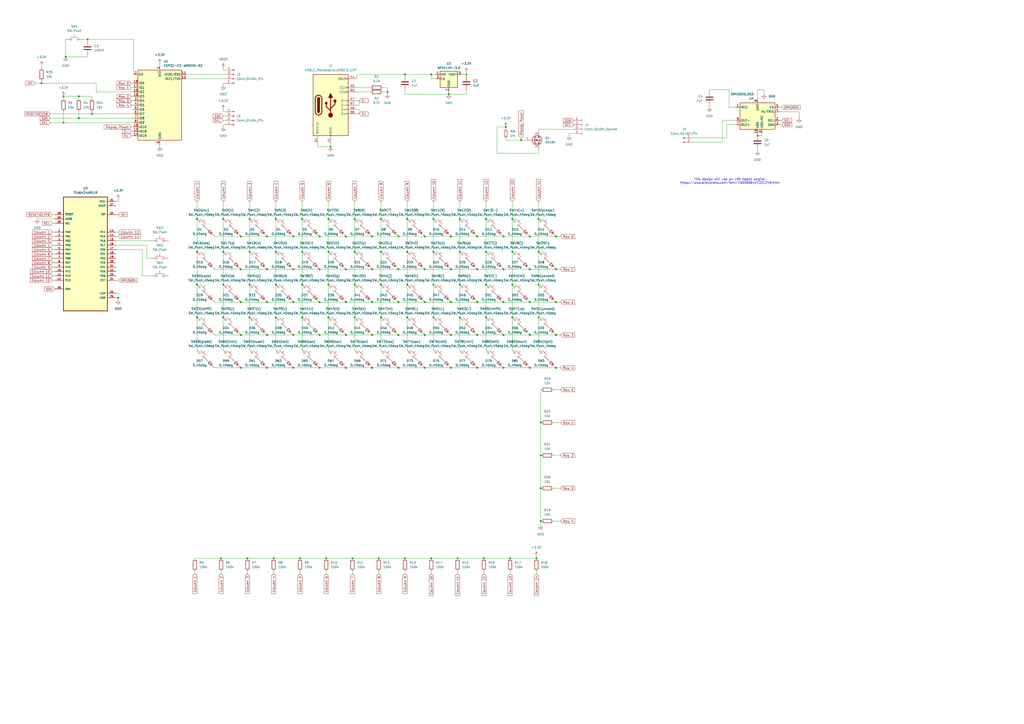
<source format=kicad_sch>
(kicad_sch (version 20250114) (generator "eeschema") (generator_version "9.0")
  (paper "A2")
  (text "This design will use an LRA haptic engine.\nhttps://www.aliexpress.com/item/1005006421331249.html" (at 423.418 105.156 0) (effects (font (size 1.27 1.27))))
  (junction (at 114.3 127))
  (junction (at 236.22 184.15))
  (junction (at 158.75 323.85))
  (junction (at 175.26 184.15))
  (junction (at 190.5 127))
  (junction (at 205.74 127))
  (junction (at 224.79 53.34))
  (junction (at 246.38 156.21))
  (junction (at 297.18 146.05))
  (junction (at 311.15 323.85))
  (junction (at 281.94 184.15))
  (junction (at 154.94 137.16))
  (junction (at 170.18 175.26))
  (junction (at 281.94 127))
  (junction (at 261.62 175.26))
  (junction (at 170.18 137.16))
  (junction (at 307.34 175.26))
  (junction (at 292.1 213.36))
  (junction (at 292.1 156.21))
  (junction (at 276.86 175.26))
  (junction (at 200.66 213.36))
  (junction (at 312.42 184.15))
  (junction (at 215.9 156.21))
  (junction (at 175.26 146.05))
  (junction (at 154.94 213.36))
  (junction (at 236.22 146.05))
  (junction (at 139.7 156.21))
  (junction (at 307.34 213.36))
  (junction (at 260.35 54.61))
  (junction (at 200.66 137.16))
  (junction (at 36.83 55.88))
  (junction (at 215.9 213.36))
  (junction (at 265.43 323.85))
  (junction (at 312.42 127))
  (junction (at 50.8 22.86))
  (junction (at 154.94 194.31))
  (junction (at 236.22 127))
  (junction (at 154.94 156.21))
  (junction (at 114.3 184.15))
  (junction (at 219.71 323.85))
  (junction (at 144.78 146.05))
  (junction (at 276.86 156.21))
  (junction (at 24.13 48.26))
  (junction (at 45.72 55.88))
  (junction (at 231.14 175.26))
  (junction (at 139.7 175.26))
  (junction (at 190.5 146.05))
  (junction (at 200.66 156.21))
  (junction (at 205.74 146.05))
  (junction (at 276.86 194.31))
  (junction (at 234.95 43.18))
  (junction (at 266.7 146.05))
  (junction (at 261.62 213.36))
  (junction (at 114.3 165.1))
  (junction (at 322.58 137.16))
  (junction (at 139.7 137.16))
  (junction (at 251.46 184.15))
  (junction (at 266.7 184.15))
  (junction (at 45.72 68.58))
  (junction (at 170.18 156.21))
  (junction (at 129.54 146.05))
  (junction (at 144.78 165.1))
  (junction (at 143.51 323.85))
  (junction (at 220.98 184.15))
  (junction (at 215.9 137.16))
  (junction (at 175.26 165.1))
  (junction (at 292.1 194.31))
  (junction (at 246.38 213.36))
  (junction (at 312.42 165.1))
  (junction (at 292.1 137.16))
  (junction (at 231.14 137.16))
  (junction (at 307.34 156.21))
  (junction (at 160.02 127))
  (junction (at 293.37 73.66))
  (junction (at 246.38 137.16))
  (junction (at 276.86 213.36))
  (junction (at 302.26 81.28))
  (junction (at 231.14 194.31))
  (junction (at 200.66 194.31))
  (junction (at 261.62 137.16))
  (junction (at 281.94 165.1))
  (junction (at 189.23 323.85))
  (junction (at 313.69 245.11))
  (junction (at 307.34 137.16))
  (junction (at 144.78 127))
  (junction (at 276.86 137.16))
  (junction (at 175.26 127))
  (junction (at 185.42 137.16))
  (junction (at 312.42 146.05))
  (junction (at 129.54 127))
  (junction (at 139.7 213.36))
  (junction (at 281.94 146.05))
  (junction (at 185.42 175.26))
  (junction (at 231.14 213.36))
  (junction (at 250.19 323.85))
  (junction (at 191.77 85.09))
  (junction (at 236.22 165.1))
  (junction (at 185.42 213.36))
  (junction (at 261.62 156.21))
  (junction (at 173.99 323.85))
  (junction (at 246.38 194.31))
  (junction (at 160.02 146.05))
  (junction (at 250.19 43.18))
  (junction (at 170.18 213.36))
  (junction (at 266.7 127))
  (junction (at 270.51 43.18))
  (junction (at 251.46 165.1))
  (junction (at 280.67 323.85))
  (junction (at 220.98 165.1))
  (junction (at 313.69 302.26))
  (junction (at 190.5 184.15))
  (junction (at 68.58 172.72))
  (junction (at 234.95 323.85))
  (junction (at 246.38 175.26))
  (junction (at 220.98 127))
  (junction (at 204.47 323.85))
  (junction (at 129.54 165.1))
  (junction (at 322.58 175.26))
  (junction (at 295.91 323.85))
  (junction (at 307.34 194.31))
  (junction (at 292.1 175.26))
  (junction (at 200.66 175.26))
  (junction (at 36.83 71.12))
  (junction (at 144.78 184.15))
  (junction (at 220.98 146.05))
  (junction (at 313.69 283.21))
  (junction (at 322.58 156.21))
  (junction (at 53.34 66.04))
  (junction (at 160.02 165.1))
  (junction (at 251.46 146.05))
  (junction (at 231.14 156.21))
  (junction (at 38.1 33.02))
  (junction (at 261.62 194.31))
  (junction (at 128.27 323.85))
  (junction (at 129.54 184.15))
  (junction (at 439.42 78.74))
  (junction (at 215.9 194.31))
  (junction (at 297.18 165.1))
  (junction (at 251.46 127))
  (junction (at 205.74 184.15))
  (junction (at 154.94 175.26))
  (junction (at 114.3 146.05))
  (junction (at 266.7 165.1))
  (junction (at 322.58 194.31))
  (junction (at 322.58 213.36))
  (junction (at 313.69 264.16))
  (junction (at 205.74 165.1))
  (junction (at 190.5 165.1))
  (junction (at 297.18 184.15))
  (junction (at 139.7 194.31))
  (junction (at 185.42 194.31))
  (junction (at 297.18 127))
  (junction (at 170.18 194.31))
  (junction (at 215.9 175.26))
  (junction (at 185.42 156.21))
  (junction (at 160.02 184.15))
  (wire (pts (xy 207.01 63.5) (xy 208.28 63.5)))
  (wire (pts (xy 129.54 40.64) (xy 130.81 40.64)))
  (wire (pts (xy 160.02 146.05) (xy 160.02 165.1)))
  (wire (pts (xy 124.46 175.26) (xy 139.7 175.26)))
  (wire (pts (xy 205.74 165.1) (xy 205.74 184.15)))
  (wire (pts (xy 77.47 22.86) (xy 77.47 43.18)))
  (wire (pts (xy 30.48 149.86) (xy 31.75 149.86)))
  (wire (pts (xy 220.98 127) (xy 220.98 146.05)))
  (wire (pts (xy 190.5 146.05) (xy 190.5 165.1)))
  (wire (pts (xy 175.26 165.1) (xy 175.26 184.15)))
  (wire (pts (xy 219.71 323.85) (xy 234.95 323.85)))
  (wire (pts (xy 292.1 194.31) (xy 307.34 194.31)))
  (wire (pts (xy 190.5 127) (xy 190.5 146.05)))
  (wire (pts (xy 236.22 116.84) (xy 236.22 127)))
  (wire (pts (xy 215.9 137.16) (xy 231.14 137.16)))
  (wire (pts (xy 20.32 48.26) (xy 24.13 48.26)))
  (wire (pts (xy 293.37 81.28) (xy 302.26 81.28)))
  (wire (pts (xy 68.58 116.84) (xy 67.31 116.84)))
  (wire (pts (xy 160.02 184.15) (xy 160.02 203.2)))
  (wire (pts (xy 266.7 146.05) (xy 266.7 165.1)))
  (wire (pts (xy 76.2 58.42) (xy 77.47 58.42)))
  (wire (pts (xy 208.28 63.5) (xy 208.28 66.04)))
  (wire (pts (xy 114.3 165.1) (xy 114.3 184.15)))
  (wire (pts (xy 129.54 63.5) (xy 129.54 64.77)))
  (wire (pts (xy 205.74 184.15) (xy 205.74 203.2)))
  (wire (pts (xy 29.21 68.58) (xy 45.72 68.58)))
  (wire (pts (xy 234.95 323.85) (xy 250.19 323.85)))
  (wire (pts (xy 411.48 52.07) (xy 422.91 52.07)))
  (wire (pts (xy 30.48 162.56) (xy 31.75 162.56)))
  (wire (pts (xy 45.72 55.88) (xy 53.34 55.88)))
  (wire (pts (xy 208.28 58.42) (xy 207.01 58.42)))
  (wire (pts (xy 139.7 137.16) (xy 154.94 137.16)))
  (wire (pts (xy 114.3 127) (xy 114.3 146.05)))
  (wire (pts (xy 30.48 154.94) (xy 31.75 154.94)))
  (wire (pts (xy 231.14 175.26) (xy 246.38 175.26)))
  (wire (pts (xy 129.54 116.84) (xy 129.54 127)))
  (wire (pts (xy 68.58 134.62) (xy 67.31 134.62)))
  (wire (pts (xy 281.94 146.05) (xy 281.94 165.1)))
  (wire (pts (xy 236.22 165.1) (xy 236.22 184.15)))
  (wire (pts (xy 129.54 184.15) (xy 129.54 203.2)))
  (wire (pts (xy 50.8 22.86) (xy 50.8 24.13)))
  (wire (pts (xy 129.54 146.05) (xy 129.54 165.1)))
  (wire (pts (xy 143.51 323.85) (xy 158.75 323.85)))
  (wire (pts (xy 38.1 33.02) (xy 38.1 22.86)))
  (wire (pts (xy 170.18 156.21) (xy 185.42 156.21)))
  (wire (pts (xy 154.94 156.21) (xy 170.18 156.21)))
  (wire (pts (xy 292.1 213.36) (xy 307.34 213.36)))
  (wire (pts (xy 266.7 116.84) (xy 266.7 127)))
  (wire (pts (xy 270.51 44.45) (xy 270.51 43.18)))
  (wire (pts (xy 55.88 53.34) (xy 77.47 53.34)))
  (wire (pts (xy 68.58 172.72) (xy 68.58 173.99)))
  (wire (pts (xy 312.42 146.05) (xy 312.42 165.1)))
  (wire (pts (xy 220.98 116.84) (xy 220.98 127)))
  (wire (pts (xy 30.48 147.32) (xy 31.75 147.32)))
  (wire (pts (xy 30.48 134.62) (xy 31.75 134.62)))
  (wire (pts (xy 67.31 162.56) (xy 68.58 162.56)))
  (wire (pts (xy 107.95 45.72) (xy 130.81 45.72)))
  (wire (pts (xy 261.62 175.26) (xy 276.86 175.26)))
  (wire (pts (xy 288.29 88.9) (xy 288.29 73.66)))
  (wire (pts (xy 160.02 116.84) (xy 160.02 127)))
  (wire (pts (xy 76.2 50.8) (xy 77.47 50.8)))
  (wire (pts (xy 190.5 184.15) (xy 190.5 203.2)))
  (wire (pts (xy 124.46 156.21) (xy 139.7 156.21)))
  (wire (pts (xy 293.37 73.66) (xy 293.37 74.93)))
  (wire (pts (xy 261.62 194.31) (xy 276.86 194.31)))
  (wire (pts (xy 297.18 116.84) (xy 297.18 127)))
  (wire (pts (xy 129.54 73.66) (xy 129.54 72.39)))
  (wire (pts (xy 313.69 264.16) (xy 313.69 283.21)))
  (wire (pts (xy 421.64 72.39) (xy 426.72 72.39)))
  (wire (pts (xy 231.14 137.16) (xy 246.38 137.16)))
  (wire (pts (xy 129.54 67.31) (xy 130.81 67.31)))
  (wire (pts (xy 50.8 31.75) (xy 50.8 33.02)))
  (wire (pts (xy 114.3 116.84) (xy 114.3 127)))
  (wire (pts (xy 311.15 322.58) (xy 311.15 323.85)))
  (wire (pts (xy 200.66 194.31) (xy 215.9 194.31)))
  (wire (pts (xy 260.35 53.34) (xy 260.35 54.61)))
  (wire (pts (xy 139.7 175.26) (xy 154.94 175.26)))
  (wire (pts (xy 276.86 213.36) (xy 292.1 213.36)))
  (wire (pts (xy 45.72 55.88) (xy 45.72 57.15)))
  (wire (pts (xy 276.86 175.26) (xy 292.1 175.26)))
  (wire (pts (xy 158.75 323.85) (xy 173.99 323.85)))
  (wire (pts (xy 144.78 184.15) (xy 144.78 203.2)))
  (wire (pts (xy 50.8 33.02) (xy 38.1 33.02)))
  (wire (pts (xy 68.58 115.57) (xy 68.58 116.84)))
  (wire (pts (xy 452.12 62.23) (xy 453.39 62.23)))
  (wire (pts (xy 170.18 194.31) (xy 185.42 194.31)))
  (wire (pts (xy 76.2 76.2) (xy 77.47 76.2)))
  (wire (pts (xy 236.22 184.15) (xy 236.22 203.2)))
  (wire (pts (xy 144.78 165.1) (xy 144.78 184.15)))
  (wire (pts (xy 200.66 213.36) (xy 215.9 213.36)))
  (wire (pts (xy 313.69 283.21) (xy 313.69 302.26)))
  (wire (pts (xy 48.26 22.86) (xy 50.8 22.86)))
  (wire (pts (xy 129.54 72.39) (xy 130.81 72.39)))
  (wire (pts (xy 312.42 184.15) (xy 312.42 203.2)))
  (wire (pts (xy 175.26 146.05) (xy 175.26 165.1)))
  (wire (pts (xy 29.21 71.12) (xy 36.83 71.12)))
  (wire (pts (xy 222.25 53.34) (xy 224.79 53.34)))
  (wire (pts (xy 321.31 302.26) (xy 325.12 302.26)))
  (wire (pts (xy 160.02 165.1) (xy 160.02 184.15)))
  (wire (pts (xy 205.74 116.84) (xy 205.74 127)))
  (wire (pts (xy 422.91 62.23) (xy 426.72 62.23)))
  (wire (pts (xy 312.42 165.1) (xy 312.42 184.15)))
  (wire (pts (xy 76.2 60.96) (xy 77.47 60.96)))
  (wire (pts (xy 129.54 39.37) (xy 129.54 40.64)))
  (wire (pts (xy 128.27 331.47) (xy 128.27 332.74)))
  (wire (pts (xy 234.95 52.07) (xy 234.95 54.61)))
  (wire (pts (xy 30.48 144.78) (xy 31.75 144.78)))
  (wire (pts (xy 30.48 137.16) (xy 31.75 137.16)))
  (wire (pts (xy 297.18 184.15) (xy 297.18 203.2)))
  (wire (pts (xy 419.1 69.85) (xy 419.1 82.55)))
  (wire (pts (xy 422.91 52.07) (xy 422.91 62.23)))
  (wire (pts (xy 30.48 160.02) (xy 31.75 160.02)))
  (wire (pts (xy 24.13 46.99) (xy 24.13 48.26)))
  (wire (pts (xy 313.69 302.26) (xy 313.69 304.8)))
  (wire (pts (xy 30.48 139.7) (xy 31.75 139.7)))
  (wire (pts (xy 297.18 127) (xy 297.18 146.05)))
  (wire (pts (xy 113.03 331.47) (xy 113.03 332.74)))
  (wire (pts (xy 185.42 137.16) (xy 200.66 137.16)))
  (wire (pts (xy 312.42 116.84) (xy 312.42 127)))
  (wire (pts (xy 411.48 53.34) (xy 411.48 52.07)))
  (wire (pts (xy 219.71 331.47) (xy 219.71 332.74)))
  (wire (pts (xy 30.48 124.46) (xy 31.75 124.46)))
  (wire (pts (xy 154.94 213.36) (xy 170.18 213.36)))
  (wire (pts (xy 302.26 80.01) (xy 302.26 81.28)))
  (wire (pts (xy 207.01 53.34) (xy 214.63 53.34)))
  (wire (pts (xy 231.14 194.31) (xy 246.38 194.31)))
  (wire (pts (xy 443.23 52.07) (xy 443.23 54.61)))
  (wire (pts (xy 246.38 175.26) (xy 261.62 175.26)))
  (wire (pts (xy 55.88 48.26) (xy 55.88 53.34)))
  (wire (pts (xy 266.7 184.15) (xy 266.7 203.2)))
  (wire (pts (xy 276.86 194.31) (xy 292.1 194.31)))
  (wire (pts (xy 251.46 116.84) (xy 251.46 127)))
  (wire (pts (xy 246.38 194.31) (xy 261.62 194.31)))
  (wire (pts (xy 439.42 78.74) (xy 441.96 78.74)))
  (wire (pts (xy 419.1 69.85) (xy 426.72 69.85)))
  (wire (pts (xy 321.31 264.16) (xy 325.12 264.16)))
  (wire (pts (xy 85.09 149.86) (xy 85.09 142.24)))
  (wire (pts (xy 288.29 88.9) (xy 312.42 88.9)))
  (wire (pts (xy 158.75 331.47) (xy 158.75 332.74)))
  (wire (pts (xy 170.18 175.26) (xy 185.42 175.26)))
  (wire (pts (xy 439.42 77.47) (xy 439.42 78.74)))
  (wire (pts (xy 190.5 165.1) (xy 190.5 184.15)))
  (wire (pts (xy 270.51 43.18) (xy 267.97 43.18)))
  (wire (pts (xy 129.54 127) (xy 129.54 146.05)))
  (wire (pts (xy 24.13 48.26) (xy 55.88 48.26)))
  (wire (pts (xy 276.86 137.16) (xy 292.1 137.16)))
  (wire (pts (xy 307.34 194.31) (xy 322.58 194.31)))
  (wire (pts (xy 295.91 331.47) (xy 295.91 332.74)))
  (wire (pts (xy 124.46 137.16) (xy 139.7 137.16)))
  (wire (pts (xy 297.18 146.05) (xy 297.18 165.1)))
  (wire (pts (xy 250.19 323.85) (xy 265.43 323.85)))
  (wire (pts (xy 170.18 137.16) (xy 185.42 137.16)))
  (wire (pts (xy 190.5 116.84) (xy 190.5 127)))
  (wire (pts (xy 251.46 127) (xy 251.46 146.05)))
  (wire (pts (xy 76.2 78.74) (xy 77.47 78.74)))
  (wire (pts (xy 265.43 323.85) (xy 280.67 323.85)))
  (wire (pts (xy 173.99 323.85) (xy 189.23 323.85)))
  (wire (pts (xy 251.46 184.15) (xy 251.46 203.2)))
  (wire (pts (xy 261.62 137.16) (xy 276.86 137.16)))
  (wire (pts (xy 29.21 66.04) (xy 53.34 66.04)))
  (wire (pts (xy 234.95 331.47) (xy 234.95 332.74)))
  (wire (pts (xy 87.63 160.02) (xy 82.55 160.02)))
  (wire (pts (xy 401.32 80.01) (xy 421.64 80.01)))
  (wire (pts (xy 313.69 245.11) (xy 313.69 264.16)))
  (wire (pts (xy 129.54 64.77) (xy 130.81 64.77)))
  (wire (pts (xy 129.54 69.85) (xy 130.81 69.85)))
  (wire (pts (xy 154.94 175.26) (xy 170.18 175.26)))
  (wire (pts (xy 129.54 49.53) (xy 129.54 48.26)))
  (wire (pts (xy 234.95 43.18) (xy 250.19 43.18)))
  (wire (pts (xy 68.58 170.18) (xy 68.58 172.72)))
  (wire (pts (xy 266.7 127) (xy 266.7 146.05)))
  (wire (pts (xy 292.1 156.21) (xy 307.34 156.21)))
  (wire (pts (xy 224.79 54.61) (xy 224.79 53.34)))
  (wire (pts (xy 139.7 213.36) (xy 154.94 213.36)))
  (wire (pts (xy 68.58 124.46) (xy 67.31 124.46)))
  (wire (pts (xy 129.54 48.26) (xy 130.81 48.26)))
  (wire (pts (xy 421.64 80.01) (xy 421.64 72.39)))
  (wire (pts (xy 297.18 165.1) (xy 297.18 184.15)))
  (wire (pts (xy 295.91 323.85) (xy 311.15 323.85)))
  (wire (pts (xy 67.31 139.7) (xy 87.63 139.7)))
  (wire (pts (xy 87.63 149.86) (xy 85.09 149.86)))
  (wire (pts (xy 170.18 213.36) (xy 185.42 213.36)))
  (wire (pts (xy 184.15 85.09) (xy 184.15 83.82)))
  (wire (pts (xy 185.42 213.36) (xy 200.66 213.36)))
  (wire (pts (xy 30.48 142.24) (xy 31.75 142.24)))
  (wire (pts (xy 207.01 60.96) (xy 208.28 60.96)))
  (wire (pts (xy 220.98 184.15) (xy 220.98 203.2)))
  (wire (pts (xy 36.83 55.88) (xy 45.72 55.88)))
  (wire (pts (xy 322.58 175.26) (xy 325.12 175.26)))
  (wire (pts (xy 114.3 146.05) (xy 114.3 165.1)))
  (wire (pts (xy 270.51 54.61) (xy 260.35 54.61)))
  (wire (pts (xy 330.2 77.47) (xy 332.74 77.47)))
  (wire (pts (xy 207.01 43.18) (xy 207.01 45.72)))
  (wire (pts (xy 234.95 54.61) (xy 260.35 54.61)))
  (wire (pts (xy 50.8 22.86) (xy 77.47 22.86)))
  (wire (pts (xy 281.94 165.1) (xy 281.94 184.15)))
  (wire (pts (xy 76.2 48.26) (xy 77.47 48.26)))
  (wire (pts (xy 220.98 165.1) (xy 220.98 184.15)))
  (wire (pts (xy 85.09 142.24) (xy 67.31 142.24)))
  (wire (pts (xy 224.79 50.8) (xy 224.79 53.34)))
  (wire (pts (xy 189.23 323.85) (xy 204.47 323.85)))
  (wire (pts (xy 236.22 146.05) (xy 236.22 165.1)))
  (wire (pts (xy 322.58 137.16) (xy 325.12 137.16)))
  (wire (pts (xy 250.19 43.18) (xy 252.73 43.18)))
  (wire (pts (xy 154.94 137.16) (xy 170.18 137.16)))
  (wire (pts (xy 215.9 175.26) (xy 231.14 175.26)))
  (wire (pts (xy 82.55 160.02) (xy 82.55 144.78)))
  (wire (pts (xy 92.71 36.83) (xy 92.71 38.1)))
  (wire (pts (xy 419.1 82.55) (xy 401.32 82.55)))
  (wire (pts (xy 292.1 137.16) (xy 307.34 137.16)))
  (wire (pts (xy 191.77 85.09) (xy 184.15 85.09)))
  (wire (pts (xy 281.94 116.84) (xy 281.94 127)))
  (wire (pts (xy 231.14 156.21) (xy 246.38 156.21)))
  (wire (pts (xy 154.94 194.31) (xy 170.18 194.31)))
  (wire (pts (xy 208.28 60.96) (xy 208.28 58.42)))
  (wire (pts (xy 76.2 55.88) (xy 77.47 55.88)))
  (wire (pts (xy 67.31 144.78) (xy 82.55 144.78)))
  (wire (pts (xy 53.34 64.77) (xy 53.34 66.04)))
  (wire (pts (xy 321.31 283.21) (xy 325.12 283.21)))
  (wire (pts (xy 76.2 73.66) (xy 77.47 73.66)))
  (wire (pts (xy 322.58 213.36) (xy 325.12 213.36)))
  (wire (pts (xy 270.51 52.07) (xy 270.51 54.61)))
  (wire (pts (xy 208.28 66.04) (xy 207.01 66.04)))
  (wire (pts (xy 30.48 129.54) (xy 31.75 129.54)))
  (wire (pts (xy 107.95 43.18) (xy 130.81 43.18)))
  (wire (pts (xy 266.7 165.1) (xy 266.7 184.15)))
  (wire (pts (xy 246.38 137.16) (xy 261.62 137.16)))
  (wire (pts (xy 463.55 68.58) (xy 463.55 64.77)))
  (wire (pts (xy 205.74 127) (xy 205.74 146.05)))
  (wire (pts (xy 453.39 72.39) (xy 452.12 72.39)))
  (wire (pts (xy 312.42 74.93) (xy 332.74 74.93)))
  (wire (pts (xy 307.34 175.26) (xy 322.58 175.26)))
  (wire (pts (xy 215.9 194.31) (xy 231.14 194.31)))
  (wire (pts (xy 24.13 38.1) (xy 24.13 39.37)))
  (wire (pts (xy 302.26 81.28) (xy 304.8 81.28)))
  (wire (pts (xy 250.19 45.72) (xy 250.19 43.18)))
  (wire (pts (xy 439.42 86.36) (xy 439.42 87.63)))
  (wire (pts (xy 113.03 323.85) (xy 128.27 323.85)))
  (wire (pts (xy 307.34 213.36) (xy 322.58 213.36)))
  (wire (pts (xy 251.46 146.05) (xy 251.46 165.1)))
  (wire (pts (xy 185.42 175.26) (xy 200.66 175.26)))
  (wire (pts (xy 191.77 83.82) (xy 191.77 85.09)))
  (wire (pts (xy 92.71 83.82) (xy 92.71 85.09)))
  (wire (pts (xy 215.9 156.21) (xy 231.14 156.21)))
  (wire (pts (xy 292.1 175.26) (xy 307.34 175.26)))
  (wire (pts (xy 312.42 127) (xy 312.42 146.05)))
  (wire (pts (xy 321.31 245.11) (xy 325.12 245.11)))
  (wire (pts (xy 200.66 137.16) (xy 215.9 137.16)))
  (wire (pts (xy 293.37 80.01) (xy 293.37 81.28)))
  (wire (pts (xy 175.26 116.84) (xy 175.26 127)))
  (wire (pts (xy 160.02 127) (xy 160.02 146.05)))
  (wire (pts (xy 276.86 156.21) (xy 292.1 156.21)))
  (wire (pts (xy 234.95 43.18) (xy 234.95 44.45)))
  (wire (pts (xy 322.58 156.21) (xy 325.12 156.21)))
  (wire (pts (xy 261.62 156.21) (xy 276.86 156.21)))
  (wire (pts (xy 439.42 52.07) (xy 439.42 57.15)))
  (wire (pts (xy 68.58 170.18) (xy 67.31 170.18)))
  (wire (pts (xy 312.42 88.9) (xy 312.42 86.36)))
  (wire (pts (xy 67.31 137.16) (xy 68.58 137.16)))
  (wire (pts (xy 53.34 66.04) (xy 77.47 66.04)))
  (wire (pts (xy 68.58 172.72) (xy 67.31 172.72)))
  (wire (pts (xy 453.39 69.85) (xy 452.12 69.85)))
  (wire (pts (xy 205.74 146.05) (xy 205.74 165.1)))
  (wire (pts (xy 463.55 64.77) (xy 452.12 64.77)))
  (wire (pts (xy 265.43 331.47) (xy 265.43 332.74)))
  (wire (pts (xy 36.83 71.12) (xy 77.47 71.12)))
  (wire (pts (xy 280.67 323.85) (xy 295.91 323.85)))
  (wire (pts (xy 307.34 156.21) (xy 322.58 156.21)))
  (wire (pts (xy 443.23 52.07) (xy 439.42 52.07)))
  (wire (pts (xy 207.01 50.8) (xy 214.63 50.8)))
  (wire (pts (xy 53.34 55.88) (xy 53.34 57.15)))
  (wire (pts (xy 124.46 194.31) (xy 139.7 194.31)))
  (wire (pts (xy 280.67 331.47) (xy 280.67 332.74)))
  (wire (pts (xy 311.15 331.47) (xy 311.15 332.74)))
  (wire (pts (xy 441.96 78.74) (xy 441.96 77.47)))
  (wire (pts (xy 45.72 64.77) (xy 45.72 68.58)))
  (wire (pts (xy 114.3 184.15) (xy 114.3 203.2)))
  (wire (pts (xy 144.78 146.05) (xy 144.78 165.1)))
  (wire (pts (xy 222.25 50.8) (xy 224.79 50.8)))
  (wire (pts (xy 189.23 331.47) (xy 189.23 332.74)))
  (wire (pts (xy 200.66 175.26) (xy 215.9 175.26)))
  (wire (pts (xy 36.83 55.88) (xy 36.83 57.15)))
  (wire (pts (xy 246.38 213.36) (xy 261.62 213.36)))
  (wire (pts (xy 200.66 156.21) (xy 215.9 156.21)))
  (wire (pts (xy 246.38 156.21) (xy 261.62 156.21)))
  (wire (pts (xy 144.78 116.84) (xy 144.78 127)))
  (wire (pts (xy 321.31 226.06) (xy 325.12 226.06)))
  (wire (pts (xy 251.46 165.1) (xy 251.46 184.15)))
  (wire (pts (xy 261.62 213.36) (xy 276.86 213.36)))
  (wire (pts (xy 185.42 156.21) (xy 200.66 156.21)))
  (wire (pts (xy 139.7 156.21) (xy 154.94 156.21)))
  (wire (pts (xy 330.2 78.74) (xy 330.2 77.47)))
  (wire (pts (xy 250.19 331.47) (xy 250.19 332.74)))
  (wire (pts (xy 411.48 60.96) (xy 411.48 62.23)))
  (wire (pts (xy 270.51 41.91) (xy 270.51 43.18)))
  (wire (pts (xy 281.94 184.15) (xy 281.94 203.2)))
  (wire (pts (xy 128.27 323.85) (xy 143.51 323.85)))
  (wire (pts (xy 129.54 165.1) (xy 129.54 184.15)))
  (wire (pts (xy 175.26 184.15) (xy 175.26 203.2)))
  (wire (pts (xy 312.42 76.2) (xy 312.42 74.93)))
  (wire (pts (xy 231.14 213.36) (xy 246.38 213.36)))
  (wire (pts (xy 322.58 194.31) (xy 325.12 194.31)))
  (wire (pts (xy 204.47 331.47) (xy 204.47 332.74)))
  (wire (pts (xy 144.78 127) (xy 144.78 146.05)))
  (wire (pts (xy 30.48 157.48) (xy 31.75 157.48)))
  (wire (pts (xy 139.7 194.31) (xy 154.94 194.31)))
  (wire (pts (xy 143.51 331.47) (xy 143.51 332.74)))
  (wire (pts (xy 173.99 331.47) (xy 173.99 332.74)))
  (wire (pts (xy 207.01 43.18) (xy 234.95 43.18)))
  (wire (pts (xy 21.59 127) (xy 31.75 127)))
  (wire (pts (xy 215.9 213.36) (xy 231.14 213.36)))
  (wire (pts (xy 288.29 73.66) (xy 293.37 73.66)))
  (wire (pts (xy 252.73 45.72) (xy 250.19 45.72)))
  (wire (pts (xy 220.98 146.05) (xy 220.98 165.1)))
  (wire (pts (xy 124.46 213.36) (xy 139.7 213.36)))
  (wire (pts (xy 281.94 127) (xy 281.94 146.05)))
  (wire (pts (xy 185.42 194.31) (xy 200.66 194.31)))
  (wire (pts (xy 45.72 68.58) (xy 77.47 68.58)))
  (wire (pts (xy 313.69 226.06) (xy 313.69 245.11)))
  (wire (pts (xy 236.22 127) (xy 236.22 146.05)))
  (wire (pts (xy 307.34 137.16) (xy 322.58 137.16)))
  (wire (pts (xy 30.48 152.4) (xy 31.75 152.4)))
  (wire (pts (xy 204.47 323.85) (xy 219.71 323.85)))
  (wire (pts (xy 175.26 127) (xy 175.26 146.05)))
  (wire (pts (xy 36.83 64.77) (xy 36.83 71.12)))
  (global_label "Row 3" (shape input) (at 325.12 194.31 0) (property "Intersheetrefs" "${INTERSHEET_REFS}" (effects (hide yes))))
  (global_label "Row 1" (shape input) (at 325.12 156.21 0) (property "Intersheetrefs" "${INTERSHEET_REFS}" (effects (hide yes))))
  (global_label "Row 2" (shape input) (at 325.12 175.26 0) (property "Intersheetrefs" "${INTERSHEET_REFS}" (effects (hide yes))))
  (global_label "Row 0" (shape input) (at 325.12 137.16 0) (property "Intersheetrefs" "${INTERSHEET_REFS}" (effects (hide yes))))
  (global_label "Row 4" (shape input) (at 325.12 213.36 0) (property "Intersheetrefs" "${INTERSHEET_REFS}" (effects (hide yes))))
  (global_label "SDA" (shape input) (at 332.74 69.85 180) (property "Intersheetrefs" "${INTERSHEET_REFS}" (effects (hide yes))))
  (global_label "Column 7" (shape input) (at 204.47 332.74 270) (property "Intersheetrefs" "${INTERSHEET_REFS}" (effects (hide yes))))
  (global_label "Row 1" (shape input) (at 76.2 50.8 180) (property "Intersheetrefs" "${INTERSHEET_REFS}" (effects (hide yes))))
  (global_label "Column 3" (shape input) (at 30.48 139.7 180) (property "Intersheetrefs" "${INTERSHEET_REFS}" (effects (hide yes))))
  (global_label "RESETIOEXP#" (shape input) (at 30.48 124.46 180) (property "Intersheetrefs" "${INTERSHEET_REFS}" (effects (hide yes))))
  (global_label "Column 14" (shape input) (at 68.58 137.16 0) (property "Intersheetrefs" "${INTERSHEET_REFS}" (effects (hide yes))))
  (global_label "Column 12" (shape input) (at 280.67 332.74 270) (property "Intersheetrefs" "${INTERSHEET_REFS}" (effects (hide yes))))
  (global_label "SCL" (shape input) (at 453.39 69.85 0) (property "Intersheetrefs" "${INTERSHEET_REFS}" (effects (hide yes))))
  (global_label "Column 8" (shape input) (at 219.71 332.74 270) (property "Intersheetrefs" "${INTERSHEET_REFS}" (effects (hide yes))))
  (global_label "Row 2" (shape input) (at 325.12 264.16 0) (property "Intersheetrefs" "${INTERSHEET_REFS}" (effects (hide yes))))
  (global_label "SCL" (shape input) (at 129.54 69.85 180) (property "Intersheetrefs" "${INTERSHEET_REFS}" (effects (hide yes))))
  (global_label "Column 2" (shape input) (at 128.27 332.74 270) (property "Intersheetrefs" "${INTERSHEET_REFS}" (effects (hide yes))))
  (global_label "D+" (shape input) (at 208.28 66.04 0) (property "Intersheetrefs" "${INTERSHEET_REFS}" (effects (hide yes))))
  (global_label "SCL" (shape input) (at 332.74 72.39 180) (property "Intersheetrefs" "${INTERSHEET_REFS}" (effects (hide yes))))
  (global_label "Column 3" (shape input) (at 143.51 332.74 270) (property "Intersheetrefs" "${INTERSHEET_REFS}" (effects (hide yes))))
  (global_label "Row 0" (shape input) (at 325.12 226.06 0) (property "Intersheetrefs" "${INTERSHEET_REFS}" (effects (hide yes))))
  (global_label "SCL" (shape input) (at 29.21 71.12 180) (property "Intersheetrefs" "${INTERSHEET_REFS}" (effects (hide yes))))
  (global_label "Column 1" (shape input) (at 30.48 134.62 180) (property "Intersheetrefs" "${INTERSHEET_REFS}" (effects (hide yes))))
  (global_label "Column 13" (shape input) (at 295.91 332.74 270) (property "Intersheetrefs" "${INTERSHEET_REFS}" (effects (hide yes))))
  (global_label "Column 9" (shape input) (at 30.48 154.94 180) (property "Intersheetrefs" "${INTERSHEET_REFS}" (effects (hide yes))))
  (global_label "Column 1" (shape input) (at 114.3 116.84 90) (property "Intersheetrefs" "${INTERSHEET_REFS}" (effects (hide yes))))
  (global_label "Column 2" (shape input) (at 129.54 116.84 90) (property "Intersheetrefs" "${INTERSHEET_REFS}" (effects (hide yes))))
  (global_label "INT" (shape input) (at 20.32 48.26 180) (property "Intersheetrefs" "${INTERSHEET_REFS}" (effects (hide yes))))
  (global_label "Column 10" (shape input) (at 250.19 332.74 270) (property "Intersheetrefs" "${INTERSHEET_REFS}" (effects (hide yes))))
  (global_label "Column 8" (shape input) (at 220.98 116.84 90) (property "Intersheetrefs" "${INTERSHEET_REFS}" (effects (hide yes))))
  (global_label "Column 6" (shape input) (at 190.5 116.84 90) (property "Intersheetrefs" "${INTERSHEET_REFS}" (effects (hide yes))))
  (global_label "Column 7" (shape input) (at 205.74 116.84 90) (property "Intersheetrefs" "${INTERSHEET_REFS}" (effects (hide yes))))
  (global_label "Column 9" (shape input) (at 236.22 116.84 90) (property "Intersheetrefs" "${INTERSHEET_REFS}" (effects (hide yes))))
  (global_label "Column 4" (shape input) (at 160.02 116.84 90) (property "Intersheetrefs" "${INTERSHEET_REFS}" (effects (hide yes))))
  (global_label "Column 5" (shape input) (at 175.26 116.84 90) (property "Intersheetrefs" "${INTERSHEET_REFS}" (effects (hide yes))))
  (global_label "Column 14" (shape input) (at 312.42 116.84 90) (property "Intersheetrefs" "${INTERSHEET_REFS}" (effects (hide yes))))
  (global_label "Column 12" (shape input) (at 281.94 116.84 90) (property "Intersheetrefs" "${INTERSHEET_REFS}" (effects (hide yes))))
  (global_label "Column 13" (shape input) (at 297.18 116.84 90) (property "Intersheetrefs" "${INTERSHEET_REFS}" (effects (hide yes))))
  (global_label "Column 10" (shape input) (at 251.46 116.84 90) (property "Intersheetrefs" "${INTERSHEET_REFS}" (effects (hide yes))))
  (global_label "Column 11" (shape input) (at 266.7 116.84 90) (property "Intersheetrefs" "${INTERSHEET_REFS}" (effects (hide yes))))
  (global_label "SCL" (shape input) (at 30.48 129.54 180) (property "Intersheetrefs" "${INTERSHEET_REFS}" (effects (hide yes))))
  (global_label "Column 9" (shape input) (at 234.95 332.74 270) (property "Intersheetrefs" "${INTERSHEET_REFS}" (effects (hide yes))))
  (global_label "Column 3" (shape input) (at 144.78 116.84 90) (property "Intersheetrefs" "${INTERSHEET_REFS}" (effects (hide yes))))
  (global_label "Row 1" (shape input) (at 325.12 245.11 0) (property "Intersheetrefs" "${INTERSHEET_REFS}" (effects (hide yes))))
  (global_label "Row 4" (shape input) (at 325.12 302.26 0) (property "Intersheetrefs" "${INTERSHEET_REFS}" (effects (hide yes))))
  (global_label "SDA" (shape input) (at 129.54 67.31 180) (property "Intersheetrefs" "${INTERSHEET_REFS}" (effects (hide yes))))
  (global_label "Column 4" (shape input) (at 158.75 332.74 270) (property "Intersheetrefs" "${INTERSHEET_REFS}" (effects (hide yes))))
  (global_label "Column 13" (shape input) (at 68.58 134.62 0) (property "Intersheetrefs" "${INTERSHEET_REFS}" (effects (hide yes))))
  (global_label "RESETIOEXP#" (shape input) (at 29.21 66.04 180) (property "Intersheetrefs" "${INTERSHEET_REFS}" (effects (hide yes))))
  (global_label "D+" (shape input) (at 76.2 78.74 180) (property "Intersheetrefs" "${INTERSHEET_REFS}" (effects (hide yes))))
  (global_label "Row 3" (shape input) (at 325.12 283.21 0) (property "Intersheetrefs" "${INTERSHEET_REFS}" (effects (hide yes))))
  (global_label "SDA" (shape input) (at 29.21 68.58 180) (property "Intersheetrefs" "${INTERSHEET_REFS}" (effects (hide yes))))
  (global_label "Column 10" (shape input) (at 30.48 157.48 180) (property "Intersheetrefs" "${INTERSHEET_REFS}" (effects (hide yes))))
  (global_label "Column 14" (shape input) (at 311.15 332.74 270) (property "Intersheetrefs" "${INTERSHEET_REFS}" (effects (hide yes))))
  (global_label "Column 5" (shape input) (at 173.99 332.74 270) (property "Intersheetrefs" "${INTERSHEET_REFS}" (effects (hide yes))))
  (global_label "Column 2" (shape input) (at 30.48 137.16 180) (property "Intersheetrefs" "${INTERSHEET_REFS}" (effects (hide yes))))
  (global_label "DRV2605" (shape input) (at 68.58 162.56 0) (property "Intersheetrefs" "${INTERSHEET_REFS}" (effects (hide yes))))
  (global_label "Column 7" (shape input) (at 30.48 149.86 180) (property "Intersheetrefs" "${INTERSHEET_REFS}" (effects (hide yes))))
  (global_label "Column 4" (shape input) (at 30.48 142.24 180) (property "Intersheetrefs" "${INTERSHEET_REFS}" (effects (hide yes))))
  (global_label "Column 6" (shape input) (at 30.48 147.32 180) (property "Intersheetrefs" "${INTERSHEET_REFS}" (effects (hide yes))))
  (global_label "DRV2605" (shape input) (at 453.39 62.23 0) (property "Intersheetrefs" "${INTERSHEET_REFS}" (effects (hide yes))))
  (global_label "D-" (shape input) (at 208.28 58.42 0) (property "Intersheetrefs" "${INTERSHEET_REFS}" (effects (hide yes))))
  (global_label "Column 5" (shape input) (at 30.48 144.78 180) (property "Intersheetrefs" "${INTERSHEET_REFS}" (effects (hide yes))))
  (global_label "D-" (shape input) (at 76.2 76.2 180) (property "Intersheetrefs" "${INTERSHEET_REFS}" (effects (hide yes))))
  (global_label "Column 1" (shape input) (at 113.03 332.74 270) (property "Intersheetrefs" "${INTERSHEET_REFS}" (effects (hide yes))))
  (global_label "Display Power" (shape input) (at 302.26 80.01 90) (property "Intersheetrefs" "${INTERSHEET_REFS}" (effects (hide yes))))
  (global_label "Column 12" (shape input) (at 30.48 162.56 180) (property "Intersheetrefs" "${INTERSHEET_REFS}" (effects (hide yes))))
  (global_label "Row 2" (shape input) (at 76.2 55.88 180) (property "Intersheetrefs" "${INTERSHEET_REFS}" (effects (hide yes))))
  (global_label "Column 11" (shape input) (at 30.48 160.02 180) (property "Intersheetrefs" "${INTERSHEET_REFS}" (effects (hide yes))))
  (global_label "Row 3" (shape input) (at 76.2 58.42 180) (property "Intersheetrefs" "${INTERSHEET_REFS}" (effects (hide yes))))
  (global_label "Column 6" (shape input) (at 189.23 332.74 270) (property "Intersheetrefs" "${INTERSHEET_REFS}" (effects (hide yes))))
  (global_label "SDA" (shape input) (at 31.75 167.64 180) (property "Intersheetrefs" "${INTERSHEET_REFS}" (effects (hide yes))))
  (global_label "Column 8" (shape input) (at 30.48 152.4 180) (property "Intersheetrefs" "${INTERSHEET_REFS}" (effects (hide yes))))
  (global_label "Column 11" (shape input) (at 265.43 332.74 270) (property "Intersheetrefs" "${INTERSHEET_REFS}" (effects (hide yes))))
  (global_label "Row 4" (shape input) (at 76.2 60.96 180) (property "Intersheetrefs" "${INTERSHEET_REFS}" (effects (hide yes))))
  (global_label "Display Power" (shape input) (at 76.2 73.66 180) (property "Intersheetrefs" "${INTERSHEET_REFS}" (effects (hide yes))))
  (global_label "INT" (shape input) (at 68.58 124.46 0) (property "Intersheetrefs" "${INTERSHEET_REFS}" (effects (hide yes))))
  (global_label "Row 0" (shape input) (at 76.2 48.26 180) (property "Intersheetrefs" "${INTERSHEET_REFS}" (effects (hide yes))))
  (global_label "SDA" (shape input) (at 453.39 72.39 0) (property "Intersheetrefs" "${INTERSHEET_REFS}" (effects (hide yes))))
  (symbol (lib_id "power:GND") (at 92.71 85.09 0) (unit 1)
    (property "Reference" "#PWR02" (effects (hide yes)))
    (property "Value" "GND" (at 92.71 90.17 0))
    (property "Description" "Power symbol creates a global label with name \"GND\" , ground" (effects (hide yes)))
  )
  (symbol (lib_id "Switch:SW_Push_45deg") (at 284.48 167.64 0) (unit 1)
    (property "Reference" "SW52(')" (at 284.48 160.02 0))
    (property "Value" "SW_Push_45deg" (at 284.48 162.56 0))
    (property "Description" "Push button switch, normally open, two pins, 45° tilted" (effects (hide yes)))
  )
  (symbol (lib_id "Driver_Haptic:DRV2605LDGS") (at 439.42 67.31 180) (unit 1)
    (property "Reference" "U4" (at 437.2767 57.15 0) (effects (justify left)))
    (property "Value" "DRV2605LDGS" (at 437.2767 54.61 0) (effects (justify left)))
    (property "Footprint" "Package_SO:VSSOP-10_3x3mm_P0.5mm" (effects (hide yes)))
    (property "Datasheet" "http://www.ti.com/lit/ds/symlink/drv2605l.pdf" (effects (hide yes)))
    (property "Description" "Haptic driver for LRAs and ERMs with effect library, 2-5.2V, VSSOP-10" (effects (hide yes)))
  )
  (symbol (lib_id "Switch:SW_Push_45deg") (at 314.96 129.54 0) (unit 1)
    (property "Reference" "SW15(bckspc)" (at 314.96 121.92 0))
    (property "Value" "SW_Push_45deg" (at 314.96 124.46 0))
    (property "Description" "Push button switch, normally open, two pins, 45° tilted" (effects (hide yes)))
  )
  (symbol (lib_id "Switch:SW_Push_45deg") (at 177.8 129.54 0) (unit 1)
    (property "Reference" "SW6(4)" (at 177.8 121.92 0))
    (property "Value" "SW_Push_45deg" (at 177.8 124.46 0))
    (property "Description" "Push button switch, normally open, two pins, 45° tilted" (effects (hide yes)))
  )
  (symbol (lib_id "Switch:SW_Push_45deg") (at 132.08 205.74 0) (unit 1)
    (property "Reference" "SW60(lctrl)" (at 132.08 198.12 0))
    (property "Value" "SW_Push_45deg" (at 132.08 200.66 0))
    (property "Description" "Push button switch, normally open, two pins, 45° tilted" (effects (hide yes)))
  )
  (symbol (lib_id "Device:C") (at 411.48 57.15 0) (mirror y) (unit 1)
    (property "Reference" "C4" (at 407.67 55.8799 0) (effects (justify left)))
    (property "Value" "1uF" (at 407.67 58.4199 0) (effects (justify left)))
    (property "Description" "Unpolarized capacitor" (effects (hide yes)))
  )
  (symbol (lib_id "Switch:SW_Push_45deg") (at 147.32 148.59 0) (unit 1)
    (property "Reference" "SW18(w)" (at 147.32 140.97 0))
    (property "Value" "SW_Push_45deg" (at 147.32 143.51 0))
    (property "Description" "Push button switch, normally open, two pins, 45° tilted" (effects (hide yes)))
  )
  (symbol (lib_id "Device:R") (at 24.13 43.18 0) (mirror y) (unit 1)
    (property "Reference" "R25" (at 26.67 41.9099 0) (effects (justify right)))
    (property "Value" "10k" (at 26.67 44.4499 0) (effects (justify right)))
    (property "Description" "Resistor" (effects (hide yes)))
  )
  (symbol (lib_id "Device:D_45deg") (at 137.16 191.77 0) (unit 1)
    (property "Reference" "D34" (at 131.064 190.246 0))
    (property "Value" "D_45deg" (at 131.064 192.786 0))
    (property "Description" "Diode, rotated by 45°" (effects (hide yes)))
    (property "Sim.Device" "D" (effects (hide yes)))
    (property "Sim.Pins" "1=K 2=A" (effects (hide yes)))
  )
  (symbol (lib_id "Device:D_45deg") (at 289.56 153.67 0) (unit 1)
    (property "Reference" "D26" (at 283.464 152.146 0))
    (property "Value" "D_45deg" (at 283.464 154.686 0))
    (property "Description" "Diode, rotated by 45°" (effects (hide yes)))
    (property "Sim.Device" "D" (effects (hide yes)))
    (property "Sim.Pins" "1=K 2=A" (effects (hide yes)))
  )
  (symbol (lib_id "Device:D_45deg") (at 137.16 210.82 0) (unit 1)
    (property "Reference" "D59" (at 131.064 209.296 0))
    (property "Value" "D_45deg" (at 131.064 211.836 0))
    (property "Description" "Diode, rotated by 45°" (effects (hide yes)))
    (property "Sim.Device" "D" (effects (hide yes)))
    (property "Sim.Pins" "1=K 2=A" (effects (hide yes)))
  )
  (symbol (lib_id "Switch:SW_Push_45deg") (at 269.24 167.64 0) (unit 1)
    (property "Reference" "SW50(;)" (at 269.24 160.02 0))
    (property "Value" "SW_Push_45deg" (at 269.24 162.56 0))
    (property "Description" "Push button switch, normally open, two pins, 45° tilted" (effects (hide yes)))
  )
  (symbol (lib_id "Device:D_45deg") (at 121.92 153.67 0) (unit 1)
    (property "Reference" "D15" (at 115.824 152.146 0))
    (property "Value" "D_45deg" (at 115.824 154.686 0))
    (property "Description" "Diode, rotated by 45°" (effects (hide yes)))
    (property "Sim.Device" "D" (effects (hide yes)))
    (property "Sim.Pins" "1=K 2=A" (effects (hide yes)))
  )
  (symbol (lib_id "Device:D_45deg") (at 182.88 153.67 0) (unit 1)
    (property "Reference" "D19" (at 176.784 152.146 0))
    (property "Value" "D_45deg" (at 176.784 154.686 0))
    (property "Description" "Diode, rotated by 45°" (effects (hide yes)))
    (property "Sim.Device" "D" (effects (hide yes)))
    (property "Sim.Pins" "1=K 2=A" (effects (hide yes)))
  )
  (symbol (lib_id "Device:D_45deg") (at 228.6 172.72 0) (unit 1)
    (property "Reference" "D43" (at 222.504 171.196 0))
    (property "Value" "D_45deg" (at 222.504 173.736 0))
    (property "Description" "Diode, rotated by 45°" (effects (hide yes)))
    (property "Sim.Device" "D" (effects (hide yes)))
    (property "Sim.Pins" "1=K 2=A" (effects (hide yes)))
  )
  (symbol (lib_id "Device:D_45deg") (at 320.04 210.82 0) (unit 1)
    (property "Reference" "D83" (at 313.944 209.296 0))
    (property "Value" "D_45deg" (at 313.944 211.836 0))
    (property "Description" "Diode, rotated by 45°" (effects (hide yes)))
    (property "Sim.Device" "D" (effects (hide yes)))
    (property "Sim.Pins" "1=K 2=A" (effects (hide yes)))
  )
  (symbol (lib_id "Device:R") (at 317.5 264.16 90) (unit 1)
    (property "Reference" "R21" (at 317.5 257.81 90))
    (property "Value" "10k" (at 317.5 260.35 90))
    (property "Description" "Resistor" (effects (hide yes)))
  )
  (symbol (lib_id "power:+3.3V") (at 92.71 36.83 0) (unit 1)
    (property "Reference" "#PWR01" (effects (hide yes)))
    (property "Value" "+3.3V" (at 92.71 31.75 0))
    (property "Description" "Power symbol creates a global label with name \"+3.3V\"" (effects (hide yes)))
  )
  (symbol (lib_id "Device:D_45deg") (at 152.4 172.72 0) (unit 1)
    (property "Reference" "D33" (at 146.304 171.196 0))
    (property "Value" "D_45deg" (at 146.304 173.736 0))
    (property "Description" "Diode, rotated by 45°" (effects (hide yes)))
    (property "Sim.Device" "D" (effects (hide yes)))
    (property "Sim.Pins" "1=K 2=A" (effects (hide yes)))
  )
  (symbol (lib_id "Device:D_45deg") (at 320.04 191.77 0) (unit 1)
    (property "Reference" "D30" (at 313.944 190.246 0))
    (property "Value" "D_45deg" (at 313.944 192.786 0))
    (property "Description" "Diode, rotated by 45°" (effects (hide yes)))
    (property "Sim.Device" "D" (effects (hide yes)))
    (property "Sim.Pins" "1=K 2=A" (effects (hide yes)))
  )
  (symbol (lib_id "Device:D_45deg") (at 182.88 134.62 0) (unit 1)
    (property "Reference" "D5" (at 176.784 133.096 0))
    (property "Value" "D_45deg" (at 176.784 135.636 0))
    (property "Description" "Diode, rotated by 45°" (effects (hide yes)))
    (property "Sim.Device" "D" (effects (hide yes)))
    (property "Sim.Pins" "1=K 2=A" (effects (hide yes)))
  )
  (symbol (lib_id "Device:D_45deg") (at 228.6 153.67 0) (unit 1)
    (property "Reference" "D22" (at 222.504 152.146 0))
    (property "Value" "D_45deg" (at 222.504 154.686 0))
    (property "Description" "Diode, rotated by 45°" (effects (hide yes)))
    (property "Sim.Device" "D" (effects (hide yes)))
    (property "Sim.Pins" "1=K 2=A" (effects (hide yes)))
  )
  (symbol (lib_id "Device:R") (at 218.44 53.34 90) (mirror x) (unit 1)
    (property "Reference" "R2" (at 218.44 57.15 90))
    (property "Value" "5.1k" (at 218.44 59.436 90))
    (property "Description" "Resistor" (effects (hide yes)))
  )
  (symbol (lib_id "Device:D_45deg") (at 304.8 191.77 0) (unit 1)
    (property "Reference" "D56" (at 298.704 190.246 0))
    (property "Value" "D_45deg" (at 298.704 192.786 0))
    (property "Description" "Diode, rotated by 45°" (effects (hide yes)))
    (property "Sim.Device" "D" (effects (hide yes)))
    (property "Sim.Pins" "1=K 2=A" (effects (hide yes)))
  )
  (symbol (lib_id "Switch:SW_Push_45deg") (at 116.84 167.64 0) (unit 1)
    (property "Reference" "SW30(caps)" (at 116.84 160.02 0))
    (property "Value" "SW_Push_45deg" (at 116.84 162.56 0))
    (property "Description" "Push button switch, normally open, two pins, 45° tilted" (effects (hide yes)))
  )
  (symbol (lib_id "Switch:SW_Push_45deg") (at 254 205.74 0) (unit 1)
    (property "Reference" "SW76(ralt)" (at 254 198.12 0))
    (property "Value" "SW_Push_45deg" (at 254 200.66 0))
    (property "Description" "Push button switch, normally open, two pins, 45° tilted" (effects (hide yes)))
  )
  (symbol (lib_id "Device:D_45deg") (at 213.36 134.62 0) (unit 1)
    (property "Reference" "D7" (at 207.264 133.096 0))
    (property "Value" "D_45deg" (at 207.264 135.636 0))
    (property "Description" "Diode, rotated by 45°" (effects (hide yes)))
    (property "Sim.Device" "D" (effects (hide yes)))
    (property "Sim.Pins" "1=K 2=A" (effects (hide yes)))
  )
  (symbol (lib_id "power:GND") (at 21.59 127 0) (unit 1)
    (property "Reference" "#PWR011" (effects (hide yes)))
    (property "Value" "GND" (at 21.59 132.08 0))
    (property "Description" "Power symbol creates a global label with name \"GND\" , ground" (effects (hide yes)))
  )
  (symbol (lib_id "Switch:SW_Push_45deg") (at 193.04 129.54 0) (unit 1)
    (property "Reference" "SW7(5)" (at 193.04 121.92 0))
    (property "Value" "SW_Push_45deg" (at 193.04 124.46 0))
    (property "Description" "Push button switch, normally open, two pins, 45° tilted" (effects (hide yes)))
  )
  (symbol (lib_id "Switch:SW_Push_45deg") (at 238.76 148.59 0) (unit 1)
    (property "Reference" "SW24(i)" (at 238.76 140.97 0))
    (property "Value" "SW_Push_45deg" (at 238.76 143.51 0))
    (property "Description" "Push button switch, normally open, two pins, 45° tilted" (effects (hide yes)))
  )
  (symbol (lib_id "Device:D_45deg") (at 182.88 191.77 0) (unit 1)
    (property "Reference" "D40" (at 176.784 190.246 0))
    (property "Value" "D_45deg" (at 176.784 192.786 0))
    (property "Description" "Diode, rotated by 45°" (effects (hide yes)))
    (property "Sim.Device" "D" (effects (hide yes)))
    (property "Sim.Pins" "1=K 2=A" (effects (hide yes)))
  )
  (symbol (lib_id "Device:D_45deg") (at 198.12 210.82 0) (unit 1)
    (property "Reference" "D67" (at 192.024 209.296 0))
    (property "Value" "D_45deg" (at 192.024 211.836 0))
    (property "Description" "Diode, rotated by 45°" (effects (hide yes)))
    (property "Sim.Device" "D" (effects (hide yes)))
    (property "Sim.Pins" "1=K 2=A" (effects (hide yes)))
  )
  (symbol (lib_id "Device:D_45deg") (at 289.56 134.62 0) (unit 1)
    (property "Reference" "D12" (at 283.464 133.096 0))
    (property "Value" "D_45deg" (at 283.464 135.636 0))
    (property "Description" "Diode, rotated by 45°" (effects (hide yes)))
    (property "Sim.Device" "D" (effects (hide yes)))
    (property "Sim.Pins" "1=K 2=A" (effects (hide yes)))
  )
  (symbol (lib_id "Switch:SW_Push_45deg") (at 238.76 167.64 0) (unit 1)
    (property "Reference" "SW46(k)" (at 238.76 160.02 0))
    (property "Value" "SW_Push_45deg" (at 238.76 162.56 0))
    (property "Description" "Push button switch, normally open, two pins, 45° tilted" (effects (hide yes)))
  )
  (symbol (lib_id "power:+3.3V") (at 36.83 55.88 0) (unit 1)
    (property "Reference" "#PWR013" (effects (hide yes)))
    (property "Value" "+3.3V" (at 36.83 50.8 0))
    (property "Description" "Power symbol creates a global label with name \"+3.3V\"" (effects (hide yes)))
  )
  (symbol (lib_id "Switch:SW_Push_45deg") (at 223.52 129.54 0) (unit 1)
    (property "Reference" "SW9(7)" (at 223.52 121.92 0))
    (property "Value" "SW_Push_45deg" (at 223.52 124.46 0))
    (property "Description" "Push button switch, normally open, two pins, 45° tilted" (effects (hide yes)))
  )
  (symbol (lib_id "Switch:SW_Push_45deg") (at 162.56 205.74 0) (unit 1)
    (property "Reference" "SW64(lalt)" (at 162.56 198.12 0))
    (property "Value" "SW_Push_45deg" (at 162.56 200.66 0))
    (property "Description" "Push button switch, normally open, two pins, 45° tilted" (effects (hide yes)))
  )
  (symbol (lib_id "Device:R_Small") (at 293.37 77.47 0) (unit 1)
    (property "Reference" "R26" (at 295.91 76.1999 0) (effects (font (size 1.016 1.016)) (justify left)))
    (property "Value" "1M" (at 295.91 78.7399 0) (effects (justify left)))
    (property "Description" "Resistor, small symbol" (effects (hide yes)))
  )
  (symbol (lib_id "Device:R") (at 218.44 50.8 90) (unit 1)
    (property "Reference" "R1" (at 218.44 44.45 90))
    (property "Value" "5.1k" (at 218.44 46.99 90))
    (property "Description" "Resistor" (effects (hide yes)))
  )
  (symbol (lib_id "Device:R") (at 113.03 327.66 0) (unit 1)
    (property "Reference" "R5" (at 115.57 326.3899 0) (effects (justify left)))
    (property "Value" "100k" (at 115.57 328.9299 0) (effects (justify left)))
    (property "Description" "Resistor" (effects (hide yes)))
  )
  (symbol (lib_id "Switch:SW_Push_45deg") (at 208.28 148.59 0) (unit 1)
    (property "Reference" "SW22(y)" (at 208.28 140.97 0))
    (property "Value" "SW_Push_45deg" (at 208.28 143.51 0))
    (property "Description" "Push button switch, normally open, two pins, 45° tilted" (effects (hide yes)))
  )
  (symbol (lib_id "Device:R") (at 53.34 60.96 180) (unit 1)
    (property "Reference" "R24" (at 55.88 59.6899 0) (effects (justify right)))
    (property "Value" "10k" (at 55.88 62.2299 0) (effects (justify right)))
    (property "Description" "Resistor" (effects (hide yes)))
  )
  (symbol (lib_id "Device:D_45deg") (at 259.08 191.77 0) (unit 1)
    (property "Reference" "D50" (at 252.984 190.246 0))
    (property "Value" "D_45deg" (at 252.984 192.786 0))
    (property "Description" "Diode, rotated by 45°" (effects (hide yes)))
    (property "Sim.Device" "D" (effects (hide yes)))
    (property "Sim.Pins" "1=K 2=A" (effects (hide yes)))
  )
  (symbol (lib_id "power:GND") (at 224.79 54.61 0) (unit 1)
    (property "Reference" "#PWR06" (effects (hide yes)))
    (property "Value" "GND" (at 224.79 59.69 0))
    (property "Description" "Power symbol creates a global label with name \"GND\" , ground" (effects (hide yes)))
  )
  (symbol (lib_id "Device:D_45deg") (at 137.16 153.67 0) (unit 1)
    (property "Reference" "D16" (at 131.064 152.146 0))
    (property "Value" "D_45deg" (at 131.064 154.686 0))
    (property "Description" "Diode, rotated by 45°" (effects (hide yes)))
    (property "Sim.Device" "D" (effects (hide yes)))
    (property "Sim.Pins" "1=K 2=A" (effects (hide yes)))
  )
  (symbol (lib_id "Connector:USB_C_Receptacle_USB2.0_14P") (at 191.77 60.96 0) (unit 1)
    (property "Reference" "J1" (at 191.77 38.1 0))
    (property "Value" "USB_C_Receptacle_USB2.0_14P" (at 191.77 40.64 0))
    (property "Datasheet" "https://www.usb.org/sites/default/files/documents/usb_type-c.zip" (effects (hide yes)))
    (property "Description" "USB 2.0-only 14P Type-C Receptacle connector" (effects (hide yes)))
  )
  (symbol (lib_id "Device:D_45deg") (at 182.88 172.72 0) (unit 1)
    (property "Reference" "D37" (at 176.784 171.196 0))
    (property "Value" "D_45deg" (at 176.784 173.736 0))
    (property "Description" "Diode, rotated by 45°" (effects (hide yes)))
    (property "Sim.Device" "D" (effects (hide yes)))
    (property "Sim.Pins" "1=K 2=A" (effects (hide yes)))
  )
  (symbol (lib_id "Device:D_45deg") (at 198.12 191.77 0) (unit 1)
    (property "Reference" "D42" (at 192.024 190.246 0))
    (property "Value" "D_45deg" (at 192.024 192.786 0))
    (property "Description" "Diode, rotated by 45°" (effects (hide yes)))
    (property "Sim.Device" "D" (effects (hide yes)))
    (property "Sim.Pins" "1=K 2=A" (effects (hide yes)))
  )
  (symbol (lib_id "Device:R") (at 219.71 327.66 0) (unit 1)
    (property "Reference" "R12" (at 222.25 326.3899 0) (effects (justify left)))
    (property "Value" "100k" (at 222.25 328.9299 0) (effects (justify left)))
    (property "Description" "Resistor" (effects (hide yes)))
  )
  (symbol (lib_id "Device:D_45deg") (at 152.4 191.77 0) (unit 1)
    (property "Reference" "D36" (at 146.304 190.246 0))
    (property "Value" "D_45deg" (at 146.304 192.786 0))
    (property "Description" "Diode, rotated by 45°" (effects (hide yes)))
    (property "Sim.Device" "D" (effects (hide yes)))
    (property "Sim.Pins" "1=K 2=A" (effects (hide yes)))
  )
  (symbol (lib_id "power:GND") (at 68.58 173.99 0) (unit 1)
    (property "Reference" "#PWR010" (effects (hide yes)))
    (property "Value" "GND" (at 68.58 179.07 0))
    (property "Description" "Power symbol creates a global label with name \"GND\" , ground" (effects (hide yes)))
  )
  (symbol (lib_id "Device:D_45deg") (at 152.4 153.67 0) (unit 1)
    (property "Reference" "D17" (at 146.304 152.146 0))
    (property "Value" "D_45deg" (at 146.304 154.686 0))
    (property "Description" "Diode, rotated by 45°" (effects (hide yes)))
    (property "Sim.Device" "D" (effects (hide yes)))
    (property "Sim.Pins" "1=K 2=A" (effects (hide yes)))
  )
  (symbol (lib_id "Device:D_45deg") (at 167.64 153.67 0) (unit 1)
    (property "Reference" "D18" (at 161.544 152.146 0))
    (property "Value" "D_45deg" (at 161.544 154.686 0))
    (property "Description" "Diode, rotated by 45°" (effects (hide yes)))
    (property "Sim.Device" "D" (effects (hide yes)))
    (property "Sim.Pins" "1=K 2=A" (effects (hide yes)))
  )
  (symbol (lib_id "Switch:SW_Push_45deg") (at 177.8 205.74 0) (unit 1)
    (property "Reference" "SW66(spc)" (at 177.8 198.12 0))
    (property "Value" "SW_Push_45deg" (at 177.8 200.66 0))
    (property "Description" "Push button switch, normally open, two pins, 45° tilted" (effects (hide yes)))
  )
  (symbol (lib_id "Device:D_45deg") (at 274.32 210.82 0) (unit 1)
    (property "Reference" "D77" (at 268.224 209.296 0))
    (property "Value" "D_45deg" (at 268.224 211.836 0))
    (property "Description" "Diode, rotated by 45°" (effects (hide yes)))
    (property "Sim.Device" "D" (effects (hide yes)))
    (property "Sim.Pins" "1=K 2=A" (effects (hide yes)))
  )
  (symbol (lib_id "Switch:SW_Push_45deg") (at 193.04 167.64 0) (unit 1)
    (property "Reference" "SW40(g)" (at 193.04 160.02 0))
    (property "Value" "SW_Push_45deg" (at 193.04 162.56 0))
    (property "Description" "Push button switch, normally open, two pins, 45° tilted" (effects (hide yes)))
  )
  (symbol (lib_id "Device:R") (at 317.5 283.21 90) (unit 1)
    (property "Reference" "R20" (at 317.5 276.86 90))
    (property "Value" "10k" (at 317.5 279.4 90))
    (property "Description" "Resistor" (effects (hide yes)))
  )
  (symbol (lib_id "Switch:SW_Push_45deg") (at 284.48 205.74 0) (unit 1)
    (property "Reference" "SW80(left)" (at 284.48 198.12 0))
    (property "Value" "SW_Push_45deg" (at 284.48 200.66 0))
    (property "Description" "Push button switch, normally open, two pins, 45° tilted" (effects (hide yes)))
  )
  (symbol (lib_id "Switch:SW_Push_45deg") (at 254 129.54 0) (unit 1)
    (property "Reference" "SW11(9)" (at 254 121.92 0))
    (property "Value" "SW_Push_45deg" (at 254 124.46 0))
    (property "Description" "Push button switch, normally open, two pins, 45° tilted" (effects (hide yes)))
  )
  (symbol (lib_id "Switch:SW_Push_45deg") (at 314.96 205.74 0) (unit 1)
    (property "Reference" "SW84(right)" (at 314.96 198.12 0))
    (property "Value" "SW_Push_45deg" (at 314.96 200.66 0))
    (property "Description" "Push button switch, normally open, two pins, 45° tilted" (effects (hide yes)))
  )
  (symbol (lib_id "Device:D_45deg") (at 304.8 172.72 0) (unit 1)
    (property "Reference" "D53" (at 298.704 171.196 0))
    (property "Value" "D_45deg" (at 298.704 173.736 0))
    (property "Description" "Diode, rotated by 45°" (effects (hide yes)))
    (property "Sim.Device" "D" (effects (hide yes)))
    (property "Sim.Pins" "1=K 2=A" (effects (hide yes)))
  )
  (symbol (lib_id "Device:D_45deg") (at 320.04 153.67 0) (unit 1)
    (property "Reference" "D28" (at 313.944 152.146 0))
    (property "Value" "D_45deg" (at 313.944 154.686 0))
    (property "Description" "Diode, rotated by 45°" (effects (hide yes)))
    (property "Sim.Device" "D" (effects (hide yes)))
    (property "Sim.Pins" "1=K 2=A" (effects (hide yes)))
  )
  (symbol (lib_id "Switch:SW_Push_45deg") (at 208.28 167.64 0) (unit 1)
    (property "Reference" "SW42(h)" (at 208.28 160.02 0))
    (property "Value" "SW_Push_45deg" (at 208.28 162.56 0))
    (property "Description" "Push button switch, normally open, two pins, 45° tilted" (effects (hide yes)))
  )
  (symbol (lib_id "Switch:SW_Push_45deg") (at 147.32 167.64 0) (unit 1)
    (property "Reference" "SW34(s)" (at 147.32 160.02 0))
    (property "Value" "SW_Push_45deg" (at 147.32 162.56 0))
    (property "Description" "Push button switch, normally open, two pins, 45° tilted" (effects (hide yes)))
  )
  (symbol (lib_id "Device:R") (at 189.23 327.66 0) (unit 1)
    (property "Reference" "R10" (at 191.77 326.3899 0) (effects (justify left)))
    (property "Value" "100k" (at 191.77 328.9299 0) (effects (justify left)))
    (property "Description" "Resistor" (effects (hide yes)))
  )
  (symbol (lib_id "power:+3.3V") (at 311.15 322.58 0) (unit 1)
    (property "Reference" "#PWR014" (effects (hide yes)))
    (property "Value" "+3.3V" (at 311.15 317.5 0))
    (property "Description" "Power symbol creates a global label with name \"+3.3V\"" (effects (hide yes)))
  )
  (symbol (lib_id "Device:D_45deg") (at 243.84 134.62 0) (unit 1)
    (property "Reference" "D9" (at 237.744 133.096 0))
    (property "Value" "D_45deg" (at 237.744 135.636 0))
    (property "Description" "Diode, rotated by 45°" (effects (hide yes)))
    (property "Sim.Device" "D" (effects (hide yes)))
    (property "Sim.Pins" "1=K 2=A" (effects (hide yes)))
  )
  (symbol (lib_id "Switch:SW_Push_45deg") (at 162.56 129.54 0) (unit 1)
    (property "Reference" "SW5(3)" (at 162.56 121.92 0))
    (property "Value" "SW_Push_45deg" (at 162.56 124.46 0))
    (property "Description" "Push button switch, normally open, two pins, 45° tilted" (effects (hide yes)))
  )
  (symbol (lib_id "Device:R") (at 280.67 327.66 0) (unit 1)
    (property "Reference" "R16" (at 283.21 326.3899 0) (effects (justify left)))
    (property "Value" "100k" (at 283.21 328.9299 0) (effects (justify left)))
    (property "Description" "Resistor" (effects (hide yes)))
  )
  (symbol (lib_id "Regulator_Linear:AP2112K-3.3") (at 260.35 45.72 0) (unit 1)
    (property "Reference" "U2" (at 260.35 36.83 0))
    (property "Value" "AP2112K-3.3" (at 260.35 39.37 0))
    (property "Footprint" "Package_TO_SOT_SMD:SOT-23-5" (effects (hide yes)))
    (property "Datasheet" "https://www.diodes.com/assets/Datasheets/AP2112.pdf" (effects (hide yes)))
    (property "Description" "600mA low dropout linear regulator, with enable pin, 3.8V-6V input voltage range, 3.3V fixed positive output, SOT-23-5" (effects (hide yes)))
  )
  (symbol (lib_id "Device:R") (at 173.99 327.66 0) (unit 1)
    (property "Reference" "R9" (at 176.53 326.3899 0) (effects (justify left)))
    (property "Value" "100k" (at 176.53 328.9299 0) (effects (justify left)))
    (property "Description" "Resistor" (effects (hide yes)))
  )
  (symbol (lib_id "power:GND") (at 129.54 73.66 0) (unit 1)
    (property "Reference" "#PWR017" (effects (hide yes)))
    (property "Value" "GND" (at 129.54 78.74 0))
    (property "Description" "Power symbol creates a global label with name \"GND\" , ground" (effects (hide yes)))
  )
  (symbol (lib_id "Device:D_45deg") (at 259.08 210.82 0) (unit 1)
    (property "Reference" "D75" (at 252.984 209.296 0))
    (property "Value" "D_45deg" (at 252.984 211.836 0))
    (property "Description" "Diode, rotated by 45°" (effects (hide yes)))
    (property "Sim.Device" "D" (effects (hide yes)))
    (property "Sim.Pins" "1=K 2=A" (effects (hide yes)))
  )
  (symbol (lib_id "power:+3.3V") (at 129.54 63.5 0) (unit 1)
    (property "Reference" "#PWR018" (effects (hide yes)))
    (property "Value" "+3.3V" (at 129.54 58.42 0))
    (property "Description" "Power symbol creates a global label with name \"+3.3V\"" (effects (hide yes)))
  )
  (symbol (lib_id "Device:D_45deg") (at 320.04 134.62 0) (unit 1)
    (property "Reference" "D14" (at 313.944 133.096 0))
    (property "Value" "D_45deg" (at 313.944 135.636 0))
    (property "Description" "Diode, rotated by 45°" (effects (hide yes)))
    (property "Sim.Device" "D" (effects (hide yes)))
    (property "Sim.Pins" "1=K 2=A" (effects (hide yes)))
  )
  (symbol (lib_id "Device:C") (at 50.8 27.94 0) (unit 1)
    (property "Reference" "C3" (at 54.61 26.6699 0) (effects (justify left)))
    (property "Value" "100nF" (at 54.61 29.2099 0) (effects (justify left)))
    (property "Description" "Unpolarized capacitor" (effects (hide yes)))
  )
  (symbol (lib_id "Switch:SW_Push_45deg") (at 238.76 129.54 0) (unit 1)
    (property "Reference" "SW10(8)" (at 238.76 121.92 0))
    (property "Value" "SW_Push_45deg" (at 238.76 124.46 0))
    (property "Description" "Push button switch, normally open, two pins, 45° tilted" (effects (hide yes)))
  )
  (symbol (lib_id "Device:D_45deg") (at 243.84 172.72 0) (unit 1)
    (property "Reference" "D45" (at 237.744 171.196 0))
    (property "Value" "D_45deg" (at 237.744 173.736 0))
    (property "Description" "Diode, rotated by 45°" (effects (hide yes)))
    (property "Sim.Device" "D" (effects (hide yes)))
    (property "Sim.Pins" "1=K 2=A" (effects (hide yes)))
  )
  (symbol (lib_id "Switch:SW_Push") (at 92.71 160.02 0) (unit 1)
    (property "Reference" "SW4" (at 92.71 152.4 0))
    (property "Value" "SW_Push" (at 92.71 154.94 0))
    (property "Description" "Push button switch, generic, two pins" (effects (hide yes)))
  )
  (symbol (lib_id "power:VBUS") (at 129.54 39.37 0) (unit 1)
    (property "Reference" "#PWR09" (effects (hide yes)))
    (property "Value" "VBUS" (at 129.54 34.29 0))
    (property "Description" "Power symbol creates a global label with name \"VBUS\"" (effects (hide yes)))
  )
  (symbol (lib_id "Switch:SW_Push_45deg") (at 177.8 186.69 0) (unit 1)
    (property "Reference" "SW41(v)" (at 177.8 179.07 0))
    (property "Value" "SW_Push_45deg" (at 177.8 181.61 0))
    (property "Description" "Push button switch, normally open, two pins, 45° tilted" (effects (hide yes)))
  )
  (symbol (lib_id "Device:D_45deg") (at 121.92 134.62 0) (unit 1)
    (property "Reference" "D1" (at 115.824 133.096 0))
    (property "Value" "D_45deg" (at 115.824 135.636 0))
    (property "Description" "Diode, rotated by 45°" (effects (hide yes)))
    (property "Sim.Device" "D" (effects (hide yes)))
    (property "Sim.Pins" "1=K 2=A" (effects (hide yes)))
  )
  (symbol (lib_id "Device:D_45deg") (at 198.12 172.72 0) (unit 1)
    (property "Reference" "D39" (at 192.024 171.196 0))
    (property "Value" "D_45deg" (at 192.024 173.736 0))
    (property "Description" "Diode, rotated by 45°" (effects (hide yes)))
    (property "Sim.Device" "D" (effects (hide yes)))
    (property "Sim.Pins" "1=K 2=A" (effects (hide yes)))
  )
  (symbol (lib_id "Switch:SW_Push_45deg") (at 177.8 148.59 0) (unit 1)
    (property "Reference" "SW20(r)" (at 177.8 140.97 0))
    (property "Value" "SW_Push_45deg" (at 177.8 143.51 0))
    (property "Description" "Push button switch, normally open, two pins, 45° tilted" (effects (hide yes)))
  )
  (symbol (lib_id "power:GND") (at 411.48 62.23 0) (mirror y) (unit 1)
    (property "Reference" "#PWR024" (effects (hide yes)))
    (property "Value" "GND" (at 411.48 67.31 0))
    (property "Description" "Power symbol creates a global label with name \"GND\" , ground" (effects (hide yes)))
  )
  (symbol (lib_id "Switch:SW_Push_45deg") (at 132.08 167.64 0) (unit 1)
    (property "Reference" "SW32(a)" (at 132.08 160.02 0))
    (property "Value" "SW_Push_45deg" (at 132.08 162.56 0))
    (property "Description" "Push button switch, normally open, two pins, 45° tilted" (effects (hide yes)))
  )
  (symbol (lib_id "Device:D_45deg") (at 228.6 134.62 0) (unit 1)
    (property "Reference" "D8" (at 222.504 133.096 0))
    (property "Value" "D_45deg" (at 222.504 135.636 0))
    (property "Description" "Diode, rotated by 45°" (effects (hide yes)))
    (property "Sim.Device" "D" (effects (hide yes)))
    (property "Sim.Pins" "1=K 2=A" (effects (hide yes)))
  )
  (symbol (lib_id "Device:R") (at 158.75 327.66 0) (unit 1)
    (property "Reference" "R8" (at 161.29 326.3899 0) (effects (justify left)))
    (property "Value" "100k" (at 161.29 328.9299 0) (effects (justify left)))
    (property "Description" "Resistor" (effects (hide yes)))
  )
  (symbol (lib_id "Switch:SW_Push_45deg") (at 223.52 148.59 0) (unit 1)
    (property "Reference" "SW23(u)" (at 223.52 140.97 0))
    (property "Value" "SW_Push_45deg" (at 223.52 143.51 0))
    (property "Description" "Push button switch, normally open, two pins, 45° tilted" (effects (hide yes)))
  )
  (symbol (lib_id "power:GND") (at 38.1 33.02 0) (unit 1)
    (property "Reference" "#PWR07" (effects (hide yes)))
    (property "Value" "GND" (at 38.1 38.1 0))
    (property "Description" "Power symbol creates a global label with name \"GND\" , ground" (effects (hide yes)))
  )
  (symbol (lib_id "Device:R") (at 295.91 327.66 0) (unit 1)
    (property "Reference" "R17" (at 298.45 326.3899 0) (effects (justify left)))
    (property "Value" "100k" (at 298.45 328.9299 0) (effects (justify left)))
    (property "Description" "Resistor" (effects (hide yes)))
  )
  (symbol (lib_id "Device:D_45deg") (at 243.84 153.67 0) (unit 1)
    (property "Reference" "D23" (at 237.744 152.146 0))
    (property "Value" "D_45deg" (at 237.744 154.686 0))
    (property "Description" "Diode, rotated by 45°" (effects (hide yes)))
    (property "Sim.Device" "D" (effects (hide yes)))
    (property "Sim.Pins" "1=K 2=A" (effects (hide yes)))
  )
  (symbol (lib_id "Device:R") (at 265.43 327.66 0) (unit 1)
    (property "Reference" "R15" (at 267.97 326.3899 0) (effects (justify left)))
    (property "Value" "100k" (at 267.97 328.9299 0) (effects (justify left)))
    (property "Description" "Resistor" (effects (hide yes)))
  )
  (symbol (lib_id "Device:D_45deg") (at 228.6 210.82 0) (unit 1)
    (property "Reference" "D71" (at 222.504 209.296 0))
    (property "Value" "D_45deg" (at 222.504 211.836 0))
    (property "Description" "Diode, rotated by 45°" (effects (hide yes)))
    (property "Sim.Device" "D" (effects (hide yes)))
    (property "Sim.Pins" "1=K 2=A" (effects (hide yes)))
  )
  (symbol (lib_id "Device:D_45deg") (at 167.64 172.72 0) (unit 1)
    (property "Reference" "D35" (at 161.544 171.196 0))
    (property "Value" "D_45deg" (at 161.544 173.736 0))
    (property "Description" "Diode, rotated by 45°" (effects (hide yes)))
    (property "Sim.Device" "D" (effects (hide yes)))
    (property "Sim.Pins" "1=K 2=A" (effects (hide yes)))
  )
  (symbol (lib_id "Switch:SW_Push_45deg") (at 147.32 129.54 0) (unit 1)
    (property "Reference" "SW4(2)" (at 147.32 121.92 0))
    (property "Value" "SW_Push_45deg" (at 147.32 124.46 0))
    (property "Description" "Push button switch, normally open, two pins, 45° tilted" (effects (hide yes)))
  )
  (symbol (lib_id "Device:D_45deg") (at 198.12 153.67 0) (unit 1)
    (property "Reference" "D20" (at 192.024 152.146 0))
    (property "Value" "D_45deg" (at 192.024 154.686 0))
    (property "Description" "Diode, rotated by 45°" (effects (hide yes)))
    (property "Sim.Device" "D" (effects (hide yes)))
    (property "Sim.Pins" "1=K 2=A" (effects (hide yes)))
  )
  (symbol (lib_id "Switch:SW_Push_45deg") (at 147.32 186.69 0) (unit 1)
    (property "Reference" "SW37(x)" (at 147.32 179.07 0))
    (property "Value" "SW_Push_45deg" (at 147.32 181.61 0))
    (property "Description" "Push button switch, normally open, two pins, 45° tilted" (effects (hide yes)))
  )
  (symbol (lib_id "Device:D_45deg") (at 304.8 134.62 0) (unit 1)
    (property "Reference" "D13" (at 298.704 133.096 0))
    (property "Value" "D_45deg" (at 298.704 135.636 0))
    (property "Description" "Diode, rotated by 45°" (effects (hide yes)))
    (property "Sim.Device" "D" (effects (hide yes)))
    (property "Sim.Pins" "1=K 2=A" (effects (hide yes)))
  )
  (symbol (lib_id "Switch:SW_Push_45deg") (at 177.8 167.64 0) (unit 1)
    (property "Reference" "SW38(f)" (at 177.8 160.02 0))
    (property "Value" "SW_Push_45deg" (at 177.8 162.56 0))
    (property "Description" "Push button switch, normally open, two pins, 45° tilted" (effects (hide yes)))
  )
  (symbol (lib_id "Switch:SW_Push_45deg") (at 162.56 186.69 0) (unit 1)
    (property "Reference" "SW39(c)" (at 162.56 179.07 0))
    (property "Value" "SW_Push_45deg" (at 162.56 181.61 0))
    (property "Description" "Push button switch, normally open, two pins, 45° tilted" (effects (hide yes)))
  )
  (symbol (lib_id "Switch:SW_Push_45deg") (at 299.72 205.74 0) (unit 1)
    (property "Reference" "SW82(down)" (at 299.72 198.12 0))
    (property "Value" "SW_Push_45deg" (at 299.72 200.66 0))
    (property "Description" "Push button switch, normally open, two pins, 45° tilted" (effects (hide yes)))
  )
  (symbol (lib_id "Device:D_45deg") (at 167.64 191.77 0) (unit 1)
    (property "Reference" "D38" (at 161.544 190.246 0))
    (property "Value" "D_45deg" (at 161.544 192.786 0))
    (property "Description" "Diode, rotated by 45°" (effects (hide yes)))
    (property "Sim.Device" "D" (effects (hide yes)))
    (property "Sim.Pins" "1=K 2=A" (effects (hide yes)))
  )
  (symbol (lib_id "Device:D_45deg") (at 152.4 210.82 0) (unit 1)
    (property "Reference" "D61" (at 146.304 209.296 0))
    (property "Value" "D_45deg" (at 146.304 211.836 0))
    (property "Description" "Diode, rotated by 45°" (effects (hide yes)))
    (property "Sim.Device" "D" (effects (hide yes)))
    (property "Sim.Pins" "1=K 2=A" (effects (hide yes)))
  )
  (symbol (lib_id "power:+3.3V") (at 270.51 41.91 0) (unit 1)
    (property "Reference" "#PWR03" (effects (hide yes)))
    (property "Value" "+3.3V" (at 270.51 36.83 0))
    (property "Description" "Power symbol creates a global label with name \"+3.3V\"" (effects (hide yes)))
  )
  (symbol (lib_id "Device:R") (at 250.19 327.66 0) (unit 1)
    (property "Reference" "R14" (at 252.73 326.3899 0) (effects (justify left)))
    (property "Value" "100k" (at 252.73 328.9299 0) (effects (justify left)))
    (property "Description" "Resistor" (effects (hide yes)))
  )
  (symbol (lib_id "Device:D_45deg") (at 213.36 172.72 0) (unit 1)
    (property "Reference" "D41" (at 207.264 171.196 0))
    (property "Value" "D_45deg" (at 207.264 173.736 0))
    (property "Description" "Diode, rotated by 45°" (effects (hide yes)))
    (property "Sim.Device" "D" (effects (hide yes)))
    (property "Sim.Pins" "1=K 2=A" (effects (hide yes)))
  )
  (symbol (lib_id "Device:D_45deg") (at 167.64 210.82 0) (unit 1)
    (property "Reference" "D63" (at 161.544 209.296 0))
    (property "Value" "D_45deg" (at 161.544 211.836 0))
    (property "Description" "Diode, rotated by 45°" (effects (hide yes)))
    (property "Sim.Device" "D" (effects (hide yes)))
    (property "Sim.Pins" "1=K 2=A" (effects (hide yes)))
  )
  (symbol (lib_id "Device:C") (at 439.42 82.55 0) (unit 1)
    (property "Reference" "C5" (at 443.23 81.2799 0) (effects (justify left)))
    (property "Value" "1uF" (at 443.23 83.8199 0) (effects (justify left)))
    (property "Description" "Unpolarized capacitor" (effects (hide yes)))
  )
  (symbol (lib_id "Switch:SW_Push_45deg") (at 299.72 186.69 0) (unit 1)
    (property "Reference" "SW57(up)" (at 299.72 179.07 0))
    (property "Value" "SW_Push_45deg" (at 299.72 181.61 0))
    (property "Description" "Push button switch, normally open, two pins, 45° tilted" (effects (hide yes)))
  )
  (symbol (lib_id "Switch:SW_Push_45deg") (at 223.52 186.69 0) (unit 1)
    (property "Reference" "SW47(m)" (at 223.52 179.07 0))
    (property "Value" "SW_Push_45deg" (at 223.52 181.61 0))
    (property "Description" "Push button switch, normally open, two pins, 45° tilted" (effects (hide yes)))
  )
  (symbol (lib_id "Device:D_45deg") (at 274.32 172.72 0) (unit 1)
    (property "Reference" "D49" (at 268.224 171.196 0))
    (property "Value" "D_45deg" (at 268.224 173.736 0))
    (property "Description" "Diode, rotated by 45°" (effects (hide yes)))
    (property "Sim.Device" "D" (effects (hide yes)))
    (property "Sim.Pins" "1=K 2=A" (effects (hide yes)))
  )
  (symbol (lib_id "Switch:SW_Push_45deg") (at 162.56 148.59 0) (unit 1)
    (property "Reference" "SW19(e)" (at 162.56 140.97 0))
    (property "Value" "SW_Push_45deg" (at 162.56 143.51 0))
    (property "Description" "Push button switch, normally open, two pins, 45° tilted" (effects (hide yes)))
  )
  (symbol (lib_id "power:+3.3V") (at 68.58 115.57 0) (unit 1)
    (property "Reference" "#PWR012" (effects (hide yes)))
    (property "Value" "+3.3V" (at 68.58 110.49 0))
    (property "Description" "Power symbol creates a global label with name \"+3.3V\"" (effects (hide yes)))
  )
  (symbol (lib_id "Device:D_45deg") (at 228.6 191.77 0) (unit 1)
    (property "Reference" "D46" (at 222.504 190.246 0))
    (property "Value" "D_45deg" (at 222.504 192.786 0))
    (property "Description" "Diode, rotated by 45°" (effects (hide yes)))
    (property "Sim.Device" "D" (effects (hide yes)))
    (property "Sim.Pins" "1=K 2=A" (effects (hide yes)))
  )
  (symbol (lib_id "Switch:SW_Push_45deg") (at 284.48 129.54 0) (unit 1)
    (property "Reference" "SW13(-)" (at 284.48 121.92 0))
    (property "Value" "SW_Push_45deg" (at 284.48 124.46 0))
    (property "Description" "Push button switch, normally open, two pins, 45° tilted" (effects (hide yes)))
  )
  (symbol (lib_id "Device:D_45deg") (at 259.08 134.62 0) (unit 1)
    (property "Reference" "D10" (at 252.984 133.096 0))
    (property "Value" "D_45deg" (at 252.984 135.636 0))
    (property "Description" "Diode, rotated by 45°" (effects (hide yes)))
    (property "Sim.Device" "D" (effects (hide yes)))
    (property "Sim.Pins" "1=K 2=A" (effects (hide yes)))
  )
  (symbol (lib_id "Device:D_45deg") (at 213.36 191.77 0) (unit 1)
    (property "Reference" "D44" (at 207.264 190.246 0))
    (property "Value" "D_45deg" (at 207.264 192.786 0))
    (property "Description" "Diode, rotated by 45°" (effects (hide yes)))
    (property "Sim.Device" "D" (effects (hide yes)))
    (property "Sim.Pins" "1=K 2=A" (effects (hide yes)))
  )
  (symbol (lib_id "Device:D_45deg") (at 137.16 172.72 0) (unit 1)
    (property "Reference" "D31" (at 131.064 171.196 0))
    (property "Value" "D_45deg" (at 131.064 173.736 0))
    (property "Description" "Diode, rotated by 45°" (effects (hide yes)))
    (property "Sim.Device" "D" (effects (hide yes)))
    (property "Sim.Pins" "1=K 2=A" (effects (hide yes)))
  )
  (symbol (lib_id "Device:D_45deg") (at 213.36 210.82 0) (unit 1)
    (property "Reference" "D69" (at 207.264 209.296 0))
    (property "Value" "D_45deg" (at 207.264 211.836 0))
    (property "Description" "Diode, rotated by 45°" (effects (hide yes)))
    (property "Sim.Device" "D" (effects (hide yes)))
    (property "Sim.Pins" "1=K 2=A" (effects (hide yes)))
  )
  (symbol (lib_id "Switch:SW_Push_45deg") (at 223.52 205.74 0) (unit 1)
    (property "Reference" "SW72(spc)" (at 223.52 198.12 0))
    (property "Value" "SW_Push_45deg" (at 223.52 200.66 0))
    (property "Description" "Push button switch, normally open, two pins, 45° tilted" (effects (hide yes)))
  )
  (symbol (lib_id "Switch:SW_Push_45deg") (at 147.32 205.74 0) (unit 1)
    (property "Reference" "SW62(super)" (at 147.32 198.12 0))
    (property "Value" "SW_Push_45deg" (at 147.32 200.66 0))
    (property "Description" "Push button switch, normally open, two pins, 45° tilted" (effects (hide yes)))
  )
  (symbol (lib_id "Switch:SW_Push_45deg") (at 314.96 167.64 0) (unit 1)
    (property "Reference" "SW56(unused)" (at 314.96 160.02 0))
    (property "Value" "SW_Push_45deg" (at 314.96 162.56 0))
    (property "Description" "Push button switch, normally open, two pins, 45° tilted" (effects (hide yes)))
  )
  (symbol (lib_id "Switch:SW_Push_45deg") (at 132.08 129.54 0) (unit 1)
    (property "Reference" "SW3(1)" (at 132.08 121.92 0))
    (property "Value" "SW_Push_45deg" (at 132.08 124.46 0))
    (property "Description" "Push button switch, normally open, two pins, 45° tilted" (effects (hide yes)))
  )
  (symbol (lib_id "Device:D_45deg") (at 259.08 153.67 0) (unit 1)
    (property "Reference" "D24" (at 252.984 152.146 0))
    (property "Value" "D_45deg" (at 252.984 154.686 0))
    (property "Description" "Diode, rotated by 45°" (effects (hide yes)))
    (property "Sim.Device" "D" (effects (hide yes)))
    (property "Sim.Pins" "1=K 2=A" (effects (hide yes)))
  )
  (symbol (lib_id "power:GND") (at 463.55 68.58 0) (unit 1)
    (property "Reference" "#PWR022" (effects (hide yes)))
    (property "Value" "GND" (at 463.55 73.66 0))
    (property "Description" "Power symbol creates a global label with name \"GND\" , ground" (effects (hide yes)))
  )
  (symbol (lib_id "Switch:SW_Push_45deg") (at 269.24 186.69 0) (unit 1)
    (property "Reference" "SW53(/)" (at 269.24 179.07 0))
    (property "Value" "SW_Push_45deg" (at 269.24 181.61 0))
    (property "Description" "Push button switch, normally open, two pins, 45° tilted" (effects (hide yes)))
  )
  (symbol (lib_id "Device:R") (at 234.95 327.66 0) (unit 1)
    (property "Reference" "R13" (at 237.49 326.3899 0) (effects (justify left)))
    (property "Value" "100k" (at 237.49 328.9299 0) (effects (justify left)))
    (property "Description" "Resistor" (effects (hide yes)))
  )
  (symbol (lib_id "Switch:SW_Push_45deg") (at 208.28 186.69 0) (unit 1)
    (property "Reference" "SW45(n)" (at 208.28 179.07 0))
    (property "Value" "SW_Push_45deg" (at 208.28 181.61 0))
    (property "Description" "Push button switch, normally open, two pins, 45° tilted" (effects (hide yes)))
  )
  (symbol (lib_id "power:+3.3V") (at 24.13 38.1 0) (unit 1)
    (property "Reference" "#PWR016" (effects (hide yes)))
    (property "Value" "+3.3V" (at 24.13 33.02 0))
    (property "Description" "Power symbol creates a global label with name \"+3.3V\"" (effects (hide yes)))
  )
  (symbol (lib_id "Switch:SW_Push") (at 92.71 149.86 0) (unit 1)
    (property "Reference" "SW3" (at 92.71 142.24 0))
    (property "Value" "SW_Push" (at 92.71 144.78 0))
    (property "Description" "Push button switch, generic, two pins" (effects (hide yes)))
  )
  (symbol (lib_id "Device:C") (at 234.95 48.26 0) (unit 1)
    (property "Reference" "C1" (at 238.76 46.9899 0) (effects (justify left)))
    (property "Value" "1uF" (at 238.76 49.5299 0) (effects (justify left)))
    (property "Description" "Unpolarized capacitor" (effects (hide yes)))
  )
  (symbol (lib_id "Device:D_45deg") (at 320.04 172.72 0) (unit 1)
    (property "Reference" "D55" (at 313.944 171.196 0))
    (property "Value" "D_45deg" (at 313.944 173.736 0))
    (property "Description" "Diode, rotated by 45°" (effects (hide yes)))
    (property "Sim.Device" "D" (effects (hide yes)))
    (property "Sim.Pins" "1=K 2=A" (effects (hide yes)))
  )
  (symbol (lib_id "Switch:SW_Push") (at 43.18 22.86 0) (unit 1)
    (property "Reference" "SW1" (at 43.18 15.24 0))
    (property "Value" "SW_Push" (at 43.18 17.78 0))
    (property "Description" "Push button switch, generic, two pins" (effects (hide yes)))
  )
  (symbol (lib_id "Switch:SW_Push_45deg") (at 116.84 186.69 0) (unit 1)
    (property "Reference" "SW33(lshift)" (at 116.84 179.07 0))
    (property "Value" "SW_Push_45deg" (at 116.84 181.61 0))
    (property "Description" "Push button switch, normally open, two pins, 45° tilted" (effects (hide yes)))
  )
  (symbol (lib_id "Switch:SW_Push_45deg") (at 116.84 148.59 0) (unit 1)
    (property "Reference" "SW16(tab)" (at 116.84 140.97 0))
    (property "Value" "SW_Push_45deg" (at 116.84 143.51 0))
    (property "Description" "Push button switch, normally open, two pins, 45° tilted" (effects (hide yes)))
  )
  (symbol (lib_id "Switch:SW_Push_45deg") (at 314.96 148.59 0) (unit 1)
    (property "Reference" "SW29(\\)" (at 314.96 140.97 0))
    (property "Value" "SW_Push_45deg" (at 314.96 143.51 0))
    (property "Description" "Push button switch, normally open, two pins, 45° tilted" (effects (hide yes)))
  )
  (symbol (lib_id "Device:D_45deg") (at 121.92 172.72 0) (unit 1)
    (property "Reference" "D29" (at 115.824 171.196 0))
    (property "Value" "D_45deg" (at 115.824 173.736 0))
    (property "Description" "Diode, rotated by 45°" (effects (hide yes)))
    (property "Sim.Device" "D" (effects (hide yes)))
    (property "Sim.Pins" "1=K 2=A" (effects (hide yes)))
  )
  (symbol (lib_id "Switch:SW_Push_45deg") (at 223.52 167.64 0) (unit 1)
    (property "Reference" "SW44(j)" (at 223.52 160.02 0))
    (property "Value" "SW_Push_45deg" (at 223.52 162.56 0))
    (property "Description" "Push button switch, normally open, two pins, 45° tilted" (effects (hide yes)))
  )
  (symbol (lib_id "Switch:SW_Push_45deg") (at 314.96 186.69 0) (unit 1)
    (property "Reference" "SW31(unused)" (at 314.96 179.07 0))
    (property "Value" "SW_Push_45deg" (at 314.96 181.61 0))
    (property "Description" "Push button switch, normally open, two pins, 45° tilted" (effects (hide yes)))
  )
  (symbol (lib_id "power:GND") (at 330.2 78.74 0) (unit 1)
    (property "Reference" "#PWR019" (effects (hide yes)))
    (property "Value" "GND" (at 330.2 83.82 0))
    (property "Description" "Power symbol creates a global label with name \"GND\" , ground" (effects (hide yes)))
  )
  (symbol (lib_id "Device:D_45deg") (at 167.64 134.62 0) (unit 1)
    (property "Reference" "D4" (at 161.544 133.096 0))
    (property "Value" "D_45deg" (at 161.544 135.636 0))
    (property "Description" "Diode, rotated by 45°" (effects (hide yes)))
    (property "Sim.Device" "D" (effects (hide yes)))
    (property "Sim.Pins" "1=K 2=A" (effects (hide yes)))
  )
  (symbol (lib_id "Device:D_45deg") (at 304.8 210.82 0) (unit 1)
    (property "Reference" "D81" (at 298.704 209.296 0))
    (property "Value" "D_45deg" (at 298.704 211.836 0))
    (property "Description" "Diode, rotated by 45°" (effects (hide yes)))
    (property "Sim.Device" "D" (effects (hide yes)))
    (property "Sim.Pins" "1=K 2=A" (effects (hide yes)))
  )
  (symbol (lib_id "Device:D_45deg") (at 121.92 191.77 0) (unit 1)
    (property "Reference" "D32" (at 115.824 190.246 0))
    (property "Value" "D_45deg" (at 115.824 192.786 0))
    (property "Description" "Diode, rotated by 45°" (effects (hide yes)))
    (property "Sim.Device" "D" (effects (hide yes)))
    (property "Sim.Pins" "1=K 2=A" (effects (hide yes)))
  )
  (symbol (lib_id "Transistor_FET:BSS84") (at 309.88 81.28 0) (unit 1)
    (property "Reference" "Q1" (at 316.23 80.0099 0) (effects (justify left)))
    (property "Value" "BSS84" (at 316.23 82.5499 0) (effects (justify left)))
    (property "Footprint" "Package_TO_SOT_SMD:SOT-23" (effects (hide yes)))
    (property "Datasheet" "http://assets.nexperia.com/documents/data-sheet/BSS84.pdf" (effects (hide yes)))
    (property "Description" "-0.13A Id, -50V Vds, P-Channel MOSFET, SOT-23" (effects (hide yes)))
  )
  (symbol (lib_id "Device:R") (at 128.27 327.66 0) (unit 1)
    (property "Reference" "R6" (at 130.81 326.3899 0) (effects (justify left)))
    (property "Value" "100k" (at 130.81 328.9299 0) (effects (justify left)))
    (property "Description" "Resistor" (effects (hide yes)))
  )
  (symbol (lib_id "Device:D_45deg") (at 198.12 134.62 0) (unit 1)
    (property "Reference" "D6" (at 192.024 133.096 0))
    (property "Value" "D_45deg" (at 192.024 135.636 0))
    (property "Description" "Diode, rotated by 45°" (effects (hide yes)))
    (property "Sim.Device" "D" (effects (hide yes)))
    (property "Sim.Pins" "1=K 2=A" (effects (hide yes)))
  )
  (symbol (lib_id "Connector:Conn_01x02_Pin") (at 396.24 80.01 0) (unit 1)
    (property "Reference" "J5" (at 396.875 74.93 0))
    (property "Value" "Conn_01x02_Pin" (at 396.875 77.47 0))
    (property "Description" "Generic connector, single row, 01x02, script generated" (effects (hide yes)))
  )
  (symbol (lib_id "Switch:SW_Push") (at 92.71 139.7 0) (unit 1)
    (property "Reference" "SW2" (at 92.71 132.08 0))
    (property "Value" "SW_Push" (at 92.71 134.62 0))
    (property "Description" "Push button switch, generic, two pins" (effects (hide yes)))
  )
  (symbol (lib_id "power:GND") (at 260.35 54.61 0) (unit 1)
    (property "Reference" "#PWR04" (effects (hide yes)))
    (property "Value" "GND" (at 260.35 59.69 0))
    (property "Description" "Power symbol creates a global label with name \"GND\" , ground" (effects (hide yes)))
  )
  (symbol (lib_id "Switch:SW_Push_45deg") (at 208.28 129.54 0) (unit 1)
    (property "Reference" "SW8(6)" (at 208.28 121.92 0))
    (property "Value" "SW_Push_45deg" (at 208.28 124.46 0))
    (property "Description" "Push button switch, normally open, two pins, 45° tilted" (effects (hide yes)))
  )
  (symbol (lib_id "Switch:SW_Push_45deg") (at 269.24 205.74 0) (unit 1)
    (property "Reference" "SW78(rctrl)" (at 269.24 198.12 0))
    (property "Value" "SW_Push_45deg" (at 269.24 200.66 0))
    (property "Description" "Push button switch, normally open, two pins, 45° tilted" (effects (hide yes)))
  )
  (symbol (lib_id "Device:R") (at 204.47 327.66 0) (unit 1)
    (property "Reference" "R11" (at 207.01 326.3899 0) (effects (justify left)))
    (property "Value" "100k" (at 207.01 328.9299 0) (effects (justify left)))
    (property "Description" "Resistor" (effects (hide yes)))
  )
  (symbol (lib_id "Switch:SW_Push_45deg") (at 132.08 186.69 0) (unit 1)
    (property "Reference" "SW35(z)" (at 132.08 179.07 0))
    (property "Value" "SW_Push_45deg" (at 132.08 181.61 0))
    (property "Description" "Push button switch, normally open, two pins, 45° tilted" (effects (hide yes)))
  )
  (symbol (lib_id "Device:D_45deg") (at 259.08 172.72 0) (unit 1)
    (property "Reference" "D47" (at 252.984 171.196 0))
    (property "Value" "D_45deg" (at 252.984 173.736 0))
    (property "Description" "Diode, rotated by 45°" (effects (hide yes)))
    (property "Sim.Device" "D" (effects (hide yes)))
    (property "Sim.Pins" "1=K 2=A" (effects (hide yes)))
  )
  (symbol (lib_id "Switch:SW_Push_45deg") (at 299.72 167.64 0) (unit 1)
    (property "Reference" "SW54(ret)" (at 299.72 160.02 0))
    (property "Value" "SW_Push_45deg" (at 299.72 162.56 0))
    (property "Description" "Push button switch, normally open, two pins, 45° tilted" (effects (hide yes)))
  )
  (symbol (lib_id "Switch:SW_Push_45deg") (at 254 186.69 0) (unit 1)
    (property "Reference" "SW51(.)" (at 254 179.07 0))
    (property "Value" "SW_Push_45deg" (at 254 181.61 0))
    (property "Description" "Push button switch, normally open, two pins, 45° tilted" (effects (hide yes)))
  )
  (symbol (lib_id "Device:R") (at 317.5 226.06 90) (unit 1)
    (property "Reference" "R23" (at 317.5 219.71 90))
    (property "Value" "10k" (at 317.5 222.25 90))
    (property "Description" "Resistor" (effects (hide yes)))
  )
  (symbol (lib_id "Switch:SW_Push_45deg") (at 299.72 129.54 0) (unit 1)
    (property "Reference" "SW14(=)" (at 299.72 121.92 0))
    (property "Value" "SW_Push_45deg" (at 299.72 124.46 0))
    (property "Description" "Push button switch, normally open, two pins, 45° tilted" (effects (hide yes)))
  )
  (symbol (lib_id "Device:D_45deg") (at 121.92 210.82 0) (unit 1)
    (property "Reference" "D57" (at 115.824 209.296 0))
    (property "Value" "D_45deg" (at 115.824 211.836 0))
    (property "Description" "Diode, rotated by 45°" (effects (hide yes)))
    (property "Sim.Device" "D" (effects (hide yes)))
    (property "Sim.Pins" "1=K 2=A" (effects (hide yes)))
  )
  (symbol (lib_id "Switch:SW_Push_45deg") (at 269.24 129.54 0) (unit 1)
    (property "Reference" "SW12(0)" (at 269.24 121.92 0))
    (property "Value" "SW_Push_45deg" (at 269.24 124.46 0))
    (property "Description" "Push button switch, normally open, two pins, 45° tilted" (effects (hide yes)))
  )
  (symbol (lib_id "Switch:SW_Push_45deg") (at 254 148.59 0) (unit 1)
    (property "Reference" "SW25(o)" (at 254 140.97 0))
    (property "Value" "SW_Push_45deg" (at 254 143.51 0))
    (property "Description" "Push button switch, normally open, two pins, 45° tilted" (effects (hide yes)))
  )
  (symbol (lib_id "Device:D_45deg") (at 152.4 134.62 0) (unit 1)
    (property "Reference" "D3" (at 146.304 133.096 0))
    (property "Value" "D_45deg" (at 146.304 135.636 0))
    (property "Description" "Diode, rotated by 45°" (effects (hide yes)))
    (property "Sim.Device" "D" (effects (hide yes)))
    (property "Sim.Pins" "1=K 2=A" (effects (hide yes)))
  )
  (symbol (lib_id "Device:D_45deg") (at 274.32 153.67 0) (unit 1)
    (property "Reference" "D25" (at 268.224 152.146 0))
    (property "Value" "D_45deg" (at 268.224 154.686 0))
    (property "Description" "Diode, rotated by 45°" (effects (hide yes)))
    (property "Sim.Device" "D" (effects (hide yes)))
    (property "Sim.Pins" "1=K 2=A" (effects (hide yes)))
  )
  (symbol (lib_id "Switch:SW_Push_45deg") (at 238.76 205.74 0) (unit 1)
    (property "Reference" "SW74(spc)" (at 238.76 198.12 0))
    (property "Value" "SW_Push_45deg" (at 238.76 200.66 0))
    (property "Description" "Push button switch, normally open, two pins, 45° tilted" (effects (hide yes)))
  )
  (symbol (lib_id "RF_Module:ESP32-C3-WROOM-02") (at 92.71 60.96 0) (unit 1)
    (property "Reference" "U1" (at 94.8533 35.56 0) (effects (justify left)))
    (property "Value" "ESP32-C3-WROOM-02" (at 94.8533 38.1 0) (effects (justify left)))
    (property "Footprint" "RF_Module:ESP32-C3-WROOM-02" (effects (hide yes)))
    (property "Datasheet" "https://www.espressif.com/sites/default/files/documentation/esp32-c3-wroom-02_datasheet_en.pdf" (effects (hide yes)))
    (property "Description" "802.11 b/g/n Wi­Fi and Bluetooth 5 module, ESP32­C3 SoC, RISC­V microprocessor, On-board antenna" (effects (hide yes)))
  )
  (symbol (lib_id "Device:D_45deg") (at 137.16 134.62 0) (unit 1)
    (property "Reference" "D2" (at 131.064 133.096 0))
    (property "Value" "D_45deg" (at 131.064 135.636 0))
    (property "Description" "Diode, rotated by 45°" (effects (hide yes)))
    (property "Sim.Device" "D" (effects (hide yes)))
    (property "Sim.Pins" "1=K 2=A" (effects (hide yes)))
  )
  (symbol (lib_id "Switch:SW_Push_45deg") (at 116.84 129.54 0) (unit 1)
    (property "Reference" "SW2(esc)" (at 116.84 121.92 0))
    (property "Value" "SW_Push_45deg" (at 116.84 124.46 0))
    (property "Description" "Push button switch, normally open, two pins, 45° tilted" (effects (hide yes)))
  )
  (symbol (lib_id "Switch:SW_Push_45deg") (at 193.04 186.69 0) (unit 1)
    (property "Reference" "SW43(b)" (at 193.04 179.07 0))
    (property "Value" "SW_Push_45deg" (at 193.04 181.61 0))
    (property "Description" "Push button switch, normally open, two pins, 45° tilted" (effects (hide yes)))
  )
  (symbol (lib_id "TCA6424ARGJR:TCA6424ARGJR") (at 49.53 147.32 0) (unit 1)
    (property "Reference" "U3" (at 49.53 109.22 0))
    (property "Value" "TCA6424ARGJR" (at 49.53 111.76 0))
    (property "Footprint" "TCA6424ARGJR:QFN50P500X500X60-33N" (effects (hide yes)))
    (property "MF" "Texas Instruments" (effects (hide yes)))
    (property "Description_1" "24-bit translating 1.65- to 5.5-V I2C/SMBus I/O expander with interrupt, reset & config registers" (effects (hide yes)))
    (property "Package" "UQFN-32 Texas Instruments" (effects (hide yes)))
    (property "Price" "None" (effects (hide yes)))
    (property "SnapEDA_Link" "https://www.snapeda.com/parts/TCA6424ARGJR/Texas+Instruments/view-part/?ref=snap" (effects (hide yes)))
    (property "MP" "TCA6424ARGJR" (effects (hide yes)))
    (property "Availability" "In Stock" (effects (hide yes)))
    (property "Check_prices" "https://www.snapeda.com/parts/TCA6424ARGJR/Texas+Instruments/view-part/?ref=eda" (effects (hide yes)))
  )
  (symbol (lib_id "Device:D_45deg") (at 213.36 153.67 0) (unit 1)
    (property "Reference" "D21" (at 207.264 152.146 0))
    (property "Value" "D_45deg" (at 207.264 154.686 0))
    (property "Description" "Diode, rotated by 45°" (effects (hide yes)))
    (property "Sim.Device" "D" (effects (hide yes)))
    (property "Sim.Pins" "1=K 2=A" (effects (hide yes)))
  )
  (symbol (lib_id "Device:C") (at 270.51 48.26 0) (unit 1)
    (property "Reference" "C2" (at 274.32 46.9899 0) (effects (justify left)))
    (property "Value" "1uF" (at 274.32 49.5299 0) (effects (justify left)))
    (property "Description" "Unpolarized capacitor" (effects (hide yes)))
  )
  (symbol (lib_id "Device:D_45deg") (at 289.56 210.82 0) (unit 1)
    (property "Reference" "D79" (at 283.464 209.296 0))
    (property "Value" "D_45deg" (at 283.464 211.836 0))
    (property "Description" "Diode, rotated by 45°" (effects (hide yes)))
    (property "Sim.Device" "D" (effects (hide yes)))
    (property "Sim.Pins" "1=K 2=A" (effects (hide yes)))
  )
  (symbol (lib_id "power:GND") (at 443.23 54.61 0) (unit 1)
    (property "Reference" "#PWR023" (effects (hide yes)))
    (property "Value" "GND" (at 445.77 55.8799 0) (effects (justify left)))
    (property "Description" "Power symbol creates a global label with name \"GND\" , ground" (effects (hide yes)))
  )
  (symbol (lib_id "Switch:SW_Push_45deg") (at 162.56 167.64 0) (unit 1)
    (property "Reference" "SW36(d)" (at 162.56 160.02 0))
    (property "Value" "SW_Push_45deg" (at 162.56 162.56 0))
    (property "Description" "Push button switch, normally open, two pins, 45° tilted" (effects (hide yes)))
  )
  (symbol (lib_id "Device:D_45deg") (at 274.32 191.77 0) (unit 1)
    (property "Reference" "D52" (at 268.224 190.246 0))
    (property "Value" "D_45deg" (at 268.224 192.786 0))
    (property "Description" "Diode, rotated by 45°" (effects (hide yes)))
    (property "Sim.Device" "D" (effects (hide yes)))
    (property "Sim.Pins" "1=K 2=A" (effects (hide yes)))
  )
  (symbol (lib_id "Switch:SW_Push_45deg") (at 284.48 148.59 0) (unit 1)
    (property "Reference" "SW27([)" (at 284.48 140.97 0))
    (property "Value" "SW_Push_45deg" (at 284.48 143.51 0))
    (property "Description" "Push button switch, normally open, two pins, 45° tilted" (effects (hide yes)))
  )
  (symbol (lib_id "Switch:SW_Push_45deg") (at 116.84 205.74 0) (unit 1)
    (property "Reference" "SW58(globe)" (at 116.84 198.12 0))
    (property "Value" "SW_Push_45deg" (at 116.84 200.66 0))
    (property "Description" "Push button switch, normally open, two pins, 45° tilted" (effects (hide yes)))
  )
  (symbol (lib_id "Switch:SW_Push_45deg") (at 208.28 205.74 0) (unit 1)
    (property "Reference" "SW70(spc)" (at 208.28 198.12 0))
    (property "Value" "SW_Push_45deg" (at 208.28 200.66 0))
    (property "Description" "Push button switch, normally open, two pins, 45° tilted" (effects (hide yes)))
  )
  (symbol (lib_id "Device:R") (at 311.15 327.66 0) (unit 1)
    (property "Reference" "R18" (at 313.69 326.3899 0) (effects (justify left)))
    (property "Value" "100k" (at 313.69 328.9299 0) (effects (justify left)))
    (property "Description" "Resistor" (effects (hide yes)))
  )
  (symbol (lib_id "Connector:Conn_01x04_Pin") (at 135.89 45.72 180) (unit 1)
    (property "Reference" "J2" (at 137.16 43.1799 0) (effects (justify right)))
    (property "Value" "Conn_01x04_Pin" (at 137.16 45.7199 0) (effects (justify right)))
    (property "Description" "Generic connector, single row, 01x04, script generated" (effects (hide yes)))
  )
  (symbol (lib_id "power:GND") (at 439.42 87.63 0) (unit 1)
    (property "Reference" "#PWR020" (effects (hide yes)))
    (property "Value" "GND" (at 439.42 92.71 0))
    (property "Description" "Power symbol creates a global label with name \"GND\" , ground" (effects (hide yes)))
  )
  (symbol (lib_id "power:GND") (at 313.69 304.8 0) (unit 1)
    (property "Reference" "#PWR015" (effects (hide yes)))
    (property "Value" "GND" (at 313.69 309.88 0))
    (property "Description" "Power symbol creates a global label with name \"GND\" , ground" (effects (hide yes)))
  )
  (symbol (lib_id "Device:R") (at 317.5 302.26 90) (unit 1)
    (property "Reference" "R19" (at 317.5 295.91 90))
    (property "Value" "10k" (at 317.5 298.45 90))
    (property "Description" "Resistor" (effects (hide yes)))
  )
  (symbol (lib_id "Switch:SW_Push_45deg") (at 193.04 148.59 0) (unit 1)
    (property "Reference" "SW21(t)" (at 193.04 140.97 0))
    (property "Value" "SW_Push_45deg" (at 193.04 143.51 0))
    (property "Description" "Push button switch, normally open, two pins, 45° tilted" (effects (hide yes)))
  )
  (symbol (lib_id "power:GND") (at 129.54 49.53 0) (unit 1)
    (property "Reference" "#PWR08" (effects (hide yes)))
    (property "Value" "GND" (at 129.54 54.61 0))
    (property "Description" "Power symbol creates a global label with name \"GND\" , ground" (effects (hide yes)))
  )
  (symbol (lib_id "Switch:SW_Push_45deg") (at 193.04 205.74 0) (unit 1)
    (property "Reference" "SW68(spc)" (at 193.04 198.12 0))
    (property "Value" "SW_Push_45deg" (at 193.04 200.66 0))
    (property "Description" "Push button switch, normally open, two pins, 45° tilted" (effects (hide yes)))
  )
  (symbol (lib_id "Device:D_45deg") (at 243.84 191.77 0) (unit 1)
    (property "Reference" "D48" (at 237.744 190.246 0))
    (property "Value" "D_45deg" (at 237.744 192.786 0))
    (property "Description" "Diode, rotated by 45°" (effects (hide yes)))
    (property "Sim.Device" "D" (effects (hide yes)))
    (property "Sim.Pins" "1=K 2=A" (effects (hide yes)))
  )
  (symbol (lib_id "Device:D_45deg") (at 289.56 172.72 0) (unit 1)
    (property "Reference" "D51" (at 283.464 171.196 0))
    (property "Value" "D_45deg" (at 283.464 173.736 0))
    (property "Description" "Diode, rotated by 45°" (effects (hide yes)))
    (property "Sim.Device" "D" (effects (hide yes)))
    (property "Sim.Pins" "1=K 2=A" (effects (hide yes)))
  )
  (symbol (lib_id "Switch:SW_Push_45deg") (at 284.48 186.69 0) (unit 1)
    (property "Reference" "SW55(rshift)" (at 284.48 179.07 0))
    (property "Value" "SW_Push_45deg" (at 284.48 181.61 0))
    (property "Description" "Push button switch, normally open, two pins, 45° tilted" (effects (hide yes)))
  )
  (symbol (lib_id "Switch:SW_Push_45deg") (at 238.76 186.69 0) (unit 1)
    (property "Reference" "SW49(,)" (at 238.76 179.07 0))
    (property "Value" "SW_Push_45deg" (at 238.76 181.61 0))
    (property "Description" "Push button switch, normally open, two pins, 45° tilted" (effects (hide yes)))
  )
  (symbol (lib_id "power:+3.3V") (at 293.37 73.66 0) (unit 1)
    (property "Reference" "#PWR021" (effects (hide yes)))
    (property "Value" "+3.3V" (at 293.37 68.58 0))
    (property "Description" "Power symbol creates a global label with name \"+3.3V\"" (effects (hide yes)))
  )
  (symbol (lib_id "Device:D_45deg") (at 304.8 153.67 0) (unit 1)
    (property "Reference" "D27" (at 298.704 152.146 0))
    (property "Value" "D_45deg" (at 298.704 154.686 0))
    (property "Description" "Diode, rotated by 45°" (effects (hide yes)))
    (property "Sim.Device" "D" (effects (hide yes)))
    (property "Sim.Pins" "1=K 2=A" (effects (hide yes)))
  )
  (symbol (lib_id "Switch:SW_Push_45deg") (at 299.72 148.59 0) (unit 1)
    (property "Reference" "SW28(])" (at 299.72 140.97 0))
    (property "Value" "SW_Push_45deg" (at 299.72 143.51 0))
    (property "Description" "Push button switch, normally open, two pins, 45° tilted" (effects (hide yes)))
  )
  (symbol (lib_id "Switch:SW_Push_45deg") (at 254 167.64 0) (unit 1)
    (property "Reference" "SW48(l)" (at 254 160.02 0))
    (property "Value" "SW_Push_45deg" (at 254 162.56 0))
    (property "Description" "Push button switch, normally open, two pins, 45° tilted" (effects (hide yes)))
  )
  (symbol (lib_id "Connector:Conn_01x04_Socket") (at 337.82 72.39 0) (unit 1)
    (property "Reference" "J4" (at 339.09 72.3899 0) (effects (justify left)))
    (property "Value" "Conn_01x04_Socket" (at 339.09 74.9299 0) (effects (justify left)))
    (property "Description" "Generic connector, single row, 01x04, script generated" (effects (hide yes)))
  )
  (symbol (lib_id "Device:D_45deg") (at 289.56 191.77 0) (unit 1)
    (property "Reference" "D54" (at 283.464 190.246 0))
    (property "Value" "D_45deg" (at 283.464 192.786 0))
    (property "Description" "Diode, rotated by 45°" (effects (hide yes)))
    (property "Sim.Device" "D" (effects (hide yes)))
    (property "Sim.Pins" "1=K 2=A" (effects (hide yes)))
  )
  (symbol (lib_id "Switch:SW_Push_45deg") (at 269.24 148.59 0) (unit 1)
    (property "Reference" "SW26(p)" (at 269.24 140.97 0))
    (property "Value" "SW_Push_45deg" (at 269.24 143.51 0))
    (property "Description" "Push button switch, normally open, two pins, 45° tilted" (effects (hide yes)))
  )
  (symbol (lib_id "Device:D_45deg") (at 182.88 210.82 0) (unit 1)
    (property "Reference" "D65" (at 176.784 209.296 0))
    (property "Value" "D_45deg" (at 176.784 211.836 0))
    (property "Description" "Diode, rotated by 45°" (effects (hide yes)))
    (property "Sim.Device" "D" (effects (hide yes)))
    (property "Sim.Pins" "1=K 2=A" (effects (hide yes)))
  )
  (symbol (lib_id "Device:R") (at 45.72 60.96 180) (unit 1)
    (property "Reference" "R4" (at 48.26 59.6899 0) (effects (justify right)))
    (property "Value" "10k" (at 48.26 62.2299 0) (effects (justify right)))
    (property "Description" "Resistor" (effects (hide yes)))
  )
  (symbol (lib_id "power:GND") (at 191.77 85.09 0) (unit 1)
    (property "Reference" "#PWR05" (effects (hide yes)))
    (property "Value" "GND" (at 191.77 90.17 0))
    (property "Description" "Power symbol creates a global label with name \"GND\" , ground" (effects (hide yes)))
  )
  (symbol (lib_id "Switch:SW_Push_45deg") (at 132.08 148.59 0) (unit 1)
    (property "Reference" "SW17(q)" (at 132.08 140.97 0))
    (property "Value" "SW_Push_45deg" (at 132.08 143.51 0))
    (property "Description" "Push button switch, normally open, two pins, 45° tilted" (effects (hide yes)))
  )
  (symbol (lib_id "Connector:Conn_01x04_Pin") (at 135.89 69.85 180) (unit 1)
    (property "Reference" "J3" (at 137.16 67.3099 0) (effects (justify right)))
    (property "Value" "Conn_01x04_Pin" (at 137.16 69.8499 0) (effects (justify right)))
    (property "Description" "Generic connector, single row, 01x04, script generated" (effects (hide yes)))
  )
  (symbol (lib_id "Device:R") (at 317.5 245.11 90) (unit 1)
    (property "Reference" "R22" (at 317.5 238.76 90))
    (property "Value" "10k" (at 317.5 241.3 90))
    (property "Description" "Resistor" (effects (hide yes)))
  )
  (symbol (lib_id "Device:R") (at 143.51 327.66 0) (unit 1)
    (property "Reference" "R7" (at 146.05 326.3899 0) (effects (justify left)))
    (property "Value" "100k" (at 146.05 328.9299 0) (effects (justify left)))
    (property "Description" "Resistor" (effects (hide yes)))
  )
  (symbol (lib_id "Device:D_45deg") (at 243.84 210.82 0) (unit 1)
    (property "Reference" "D73" (at 237.744 209.296 0))
    (property "Value" "D_45deg" (at 237.744 211.836 0))
    (property "Description" "Diode, rotated by 45°" (effects (hide yes)))
    (property "Sim.Device" "D" (effects (hide yes)))
    (property "Sim.Pins" "1=K 2=A" (effects (hide yes)))
  )
  (symbol (lib_id "Device:R") (at 36.83 60.96 0) (mirror y) (unit 1)
    (property "Reference" "R3" (at 39.37 59.6899 0) (effects (justify right)))
    (property "Value" "10k" (at 39.37 62.2299 0) (effects (justify right)))
    (property "Description" "Resistor" (effects (hide yes)))
  )
  (symbol (lib_id "Device:D_45deg") (at 274.32 134.62 0) (unit 1)
    (property "Reference" "D11" (at 268.224 133.096 0))
    (property "Value" "D_45deg" (at 268.224 135.636 0))
    (property "Description" "Diode, rotated by 45°" (effects (hide yes)))
    (property "Sim.Device" "D" (effects (hide yes)))
    (property "Sim.Pins" "1=K 2=A" (effects (hide yes)))
  )
)
</source>
